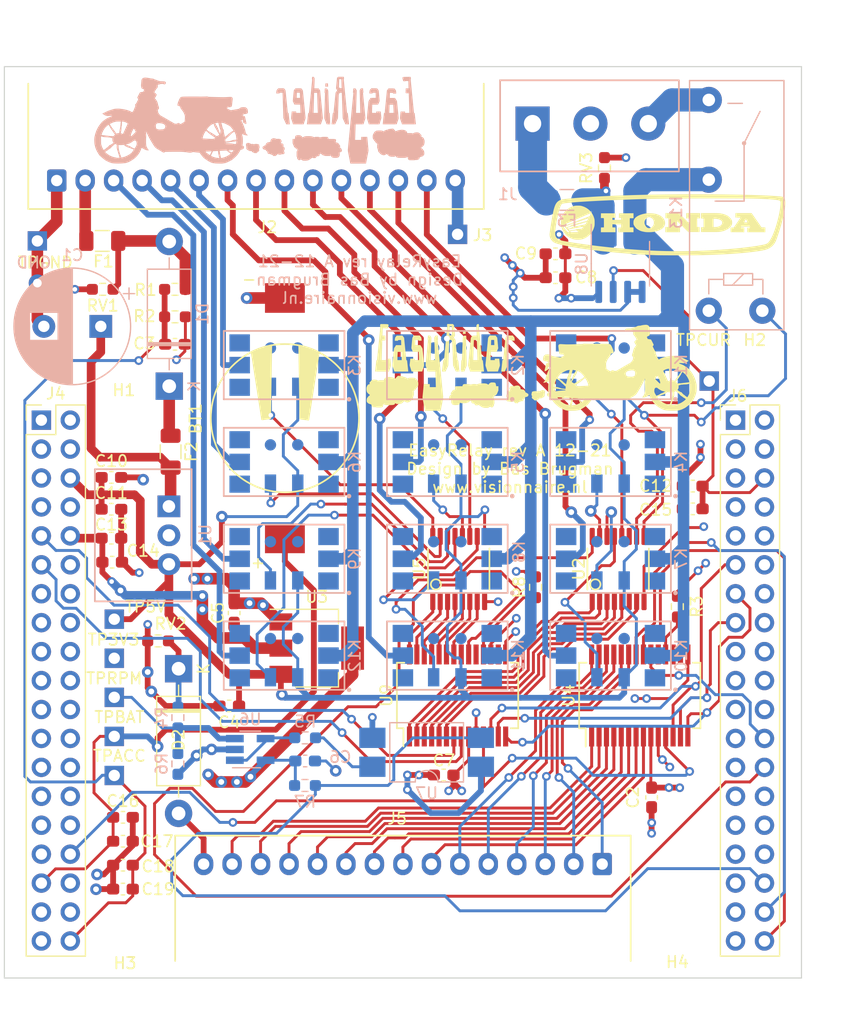
<source format=kicad_pcb>
(kicad_pcb (version 20211014) (generator pcbnew)
  (title_block (title "EasyRelay Board") (company "visionnaire.nl"))
  (layers (0 "F.Cu" signal) (1 "In1.Cu" power "GND") (2 "In2.Cu" power "PWR") (31 "B.Cu" signal) (34 "B.Paste" user) (35 "F.Paste" user) (36 "B.SilkS" user "B.Silkscreen") (37 "F.SilkS" user "F.Silkscreen") (38 "B.Mask" user) (39 "F.Mask" user) (44 "Edge.Cuts" user))
  (net 0 "")
  (net 1 "+12V")
  (net 2 "/VBAT")
  (net 20 "/VACCU")
  (net 21 "GND")
  (net 30 "+5V")
  (net 31 "+3V3")
  (net 32 "Net-(D2-Pad1)")
  (net 34 "Net-(D1-Pad1)")
  (net 35 "Net-(D1-Pad2)")
  (net 36 "Net-(C1-Pad1)")
  (net 37 "+12L")
  (net 38 "/R_CLAXON")
  (net 39 "/VCURRENT")
  (net 40 "/RPM_IN")
  (net 41 "/RPM_OUT")
  (net 42 "/LIGHT_R")
  (net 43 "/PILOT_R")
  (net 44 "/BRAKE_R")
  (net 45 "/RIB_R")
  (net 46 "/XTRA2_R")
  (net 47 "/PITIND_R")
  (net 48 "/LIF_R")
  (net 49 "/XTRA3_R")
  (net 50 "/PITSTA_R")
  (net 51 "/LIB_R")
  (net 52 "/RIF_R")
  (net 53 "/XTRA1_R")
  (net 54 "/CLAXON_R")
  (net 55 "Net-(R3-Pad1)")
  (net 56 "Net-(R5-Pad1)")
  (net 57 "Net-(F3-Pad2)")
  (net 58 "/R_XTRA1")
  (net 59 "/R_PITSTA")
  (net 60 "/R_PITIND")
  (net 61 "/R_BRAKE")
  (net 62 "/R_RIF")
  (net 63 "/R_XTRA3")
  (net 64 "/R_XTRA2")
  (net 65 "/R_PILOT")
  (net 66 "/R_LIB")
  (net 67 "/R_LIF")
  (net 68 "/R_RIB")
  (net 69 "/R_LIGHT")
  (net 70 "Net-(J2-Pad15)")
  (net 82 "/SPI1_CS")
  (net 83 "/S_XTRA1")
  (net 84 "/S_ALARM")
  (net 85 "/S_WARNING")
  (net 86 "/S_IGN")
  (net 87 "/S_PILOT")
  (net 88 "/S_CLAXON")
  (net 89 "/S_RI")
  (net 90 "/S_LI")
  (net 91 "/S_BRAKE")
  (net 92 "/S_G4")
  (net 93 "/S_G3")
  (net 94 "/S_G2")
  (net 95 "/S_G1")
  (net 96 "/SPI1_SCK")
  (net 97 "/SPI1_MISO")
  (net 98 "/SPI1_MOSI")
  (net 105 "/INT_SENSES")
  (net 107 "/INT_RELAYS")
  (net 116 "/S_XTRA2")
  (net 118 "/S_XTRA3")
  (net 119 "Net-(R8-Pad1)")
  (net 120 "Net-(R4-Pad2)")
  (net 121 "Net-(R5-Pad2)")
  (net 125 "/XTRA5_D")
  (net 126 "/S_LIGHT")
  (net 127 "/XTRA4_D")
  (net 128 "/RIF_D")
  (net 129 "/RIB_D")
  (net 130 "/LIF_D")
  (net 131 "/LIB_D")
  (net 132 "/LIGHT_D")
  (net 133 "/CLAXON_D")
  (net 134 "/BRAKE_D")
  (net 135 "/PITIND_D")
  (net 136 "/PITSTA_D")
  (net 137 "/XTRA1_D")
  (net 138 "/PILOT_D")
  (net 139 "/XTRA2_D")
  (net 140 "/XTRA3_D")
  (net 141 "+12P")
  (footprint "stamina_footprints:TSSOP16_ULN2003LV" (layer "F.Cu") (at 158.9 89.1 90)
    (fp_text reference "U2")
    (fp_text value "ULN2003LV")
  )
  (footprint "stamina_footprints:MountingHole_3.2mm_M3" (layer "F.Cu") (at 164 121)
    (fp_text reference "H4")
    (fp_text value "MountingHole")
  )
  (footprint "stamina_footprints:PinHeader_2x19_P2.54mm_Vertical" (layer "F.Cu") (at 108.25 76.03)
    (fp_text reference "J4")
    (fp_text value "LEFT Morpho")
  )
  (footprint "stamina_footprints:BatteryHolder_Renata SMTU1225-LF" (layer "F.Cu") (at 129.638 75.86 90)
    (fp_text reference "BT1")
    (fp_text value "Battery")
  )
  (footprint "stamina_footprints:R_0603_1608Metric_Pad0.98x0.95mm_HandSolder" (layer "F.Cu") (at 119.986 66.961)
    (fp_text reference "R2")
    (fp_text value "20K")
  )
  (footprint "stamina_footprints:C_0603_1608Metric_Pad1.08x0.95mm_HandSolder" (layer "F.Cu") (at 115.414 115.094 180)
    (fp_text reference "C18")
    (fp_text value "10uF")
  )
  (footprint "stamina_footprints:R_0603_1608Metric_Pad0.98x0.95mm_HandSolder" (layer "F.Cu") (at 151.65 90.7 90)
    (fp_text reference "R8")
    (fp_text value "10K")
  )
  (footprint "stamina_footprints:C_0603_1608Metric_Pad1.08x0.95mm_HandSolder" (layer "F.Cu") (at 124.7475 101.12 180)
    (fp_text reference "C4")
    (fp_text value "0.1uF")
  )
  (footprint "stamina_footprints:PinHeader_1x01_P2.54mm_Vertical" (layer "F.Cu") (at 114.652 93.504)
    (fp_text reference "TP5V")
    (fp_text value "5V")
  )
  (footprint "stamina_footprints:C_0603_1608Metric_Pad1.08x0.95mm_HandSolder" (layer "F.Cu") (at 125.18 92.96 90)
    (fp_text reference "C5")
    (fp_text value "10uF")
  )
  (footprint "stamina_footprints:C_0603_1608Metric_Pad1.08x0.95mm_HandSolder" (layer "F.Cu") (at 161.84 109.15 -90)
    (fp_text reference "C2")
    (fp_text value "0.1uF")
  )
  (footprint "stamina_footprints:SSOP-28_5.3x10.2mm_P0.65mm" (layer "F.Cu") (at 144.8 100.2 90)
    (fp_text reference "U9")
    (fp_text value "MCP23S17 RELAYS")
  )
  (footprint "stamina_footprints:PinHeader_1x01_P2.54mm_Vertical" (layer "F.Cu") (at 166.9 72.6)
    (fp_text reference "TPCUR")
    (fp_text value "VCURRENT")
  )
  (footprint "stamina_footprints:R_0603_1608Metric_Pad0.98x0.95mm_HandSolder" (layer "F.Cu") (at 164.100009 92.399989 90)
    (fp_text reference "R3")
    (fp_text value "10K")
  )
  (footprint "stamina_footprints:MountingHole_3.2mm_M3" (layer "F.Cu") (at 115.5 121)
    (fp_text reference "H3")
    (fp_text value "MountingHole")
  )
  (footprint "stamina_footprints:R_0603_1608Metric_Pad0.98x0.95mm_HandSolder" (layer "F.Cu") (at 118.5 95.41 180)
    (fp_text reference "RV2")
    (fp_text value "18V Varistor")
  )
  (footprint "stamina_footprints:SOT-223-3_TabPin2" (layer "F.Cu") (at 132.432 96.044)
    (fp_text reference "U3")
    (fp_text value "LD1117S33TR_SOT223")
  )
  (footprint "stamina_footprints:MountingHole_3.2mm_M3" (layer "F.Cu") (at 171 71.5)
    (fp_text reference "H2")
    (fp_text value "MountingHole")
  )
  (footprint "stamina_footprints:C_0603_1608Metric_Pad1.08x0.95mm_HandSolder" (layer "F.Cu") (at 114.397334 86.392 180)
    (fp_text reference "C13")
    (fp_text value "0.1uF")
  )
  (footprint "stamina_footprints:C_0603_1608Metric_Pad1.08x0.95mm_HandSolder" (layer "F.Cu") (at 114.47 88.5 180)
    (fp_text reference "C14")
    (fp_text value "10uF")
  )
  (footprint "stamina_footprints:D_DO-15_P12.70mm_Horizontal" (layer "F.Cu") (at 120.3 97.85 -90)
    (fp_text reference "D2")
    (fp_text value "1N4007")
  )
  (footprint "stamina_footprints:C_0603_1608Metric_Pad1.08x0.95mm_HandSolder" (layer "F.Cu") (at 114.398666 81.058)
    (fp_text reference "C10")
    (fp_text value "0.1uF")
  )
  (footprint "stamina_footprints:C_0603_1608Metric_Pad1.08x0.95mm_HandSolder" (layer "F.Cu") (at 165.452 81.82)
    (fp_text reference "C12")
    (fp_text value "0.1uF")
  )
  (footprint "stamina_footprints:MolexMiniLock_1Ampere_1x15_P2.50mm" (layer "F.Cu") (at 157.5 115 180)
    (fp_text reference "J5")
    (fp_text value "Senses and switches")
  )
  (footprint "stamina_footprints:TSSOP16_ULN2003LV" (layer "F.Cu") (at 144.9 89.1 90)
    (fp_text reference "U5")
    (fp_text value "ULN2003LV")
  )
  (footprint "stamina_footprints:C_0603_1608Metric_Pad1.08x0.95mm_HandSolder" (layer "F.Cu") (at 165.452 83.819531 180)
    (fp_text reference "C15")
    (fp_text value "10uF")
  )
  (footprint "stamina_footprints:Fuse_1206_3216Metric" (layer "F.Cu") (at 113.6 60.3)
    (fp_text reference "F1")
    (fp_text value "Fuse 6A 24V slow blow")
  )
  (footprint "stamina_footprints:R_0603_1608Metric_Pad0.98x0.95mm_HandSolder" (layer "F.Cu") (at 119.986 64.548 180)
    (fp_text reference "R1")
    (fp_text value "100K")
  )
  (footprint "stamina_footprints:C_0603_1608Metric_Pad1.08x0.95mm_HandSolder" (layer "F.Cu") (at 115.414 110.894)
    (fp_text reference "C16")
    (fp_text value "0.1uF")
  )
  (footprint "stamina_footprints:C_0603_1608Metric_Pad1.08x0.95mm_HandSolder" (layer "F.Cu") (at 115.414 112.994)
    (fp_text reference "C17")
    (fp_text value "10uF")
  )
  (footprint "stamina_footprints:C_0603_1608Metric_Pad1.08x0.95mm_HandSolder" (layer "F.Cu") (at 153.4 61.432 180)
    (fp_text reference "C9")
    (fp_text value "10uF")
  )
  (footprint "stamina_footprints:C_0603_1608Metric_Pad1.08x0.95mm_HandSolder" (layer "F.Cu") (at 153.4 63.532)
    (fp_text reference "C8")
    (fp_text value "0.1uF")
  )
  (footprint "stamina_footprints:PinHeader_1x01_P2.54mm_Vertical" (layer "F.Cu") (at 114.652 96.933)
    (fp_text reference "TP3V3")
    (fp_text value "3V3")
  )
  (footprint "stamina_footprints:PinHeader_1x01_P2.54mm_Vertical" (layer "F.Cu") (at 114.652 100.362)
    (fp_text reference "TPRPM")
    (fp_text value "VRPM")
  )
  (footprint "stamina_footprints:C_0603_1608Metric_Pad1.08x0.95mm_HandSolder" (layer "F.Cu") (at 114.398 83.852)
    (fp_text reference "C11")
    (fp_text value "10uF")
  )
  (footprint "stamina_footprints:PinHeader_1x01_P2.54mm_Vertical" (layer "F.Cu") (at 144.8 59.722)
    (fp_text reference "J3")
    (fp_text value "XTRA")
  )
  (footprint "stamina_footprints:PinHeader_2x19_P2.54mm_Vertical" (layer "F.Cu") (at 169.21 76.03)
    (fp_text reference "J6")
    (fp_text value "RIGHT Morpho")
  )
  (footprint "stamina_footprints:PinHeader_1x01_P2.54mm_Vertical" (layer "F.Cu") (at 114.652 103.791)
    (fp_text reference "TPBAT")
    (fp_text value "VBAT")
  )
  (footprint "stamina_footprints:R_0603_1608Metric_Pad0.98x0.95mm_HandSolder" (layer "F.Cu") (at 113.636 64.548 180)
    (fp_text reference "RV1")
    (fp_text value "18V Varistor")
  )
  (footprint "stamina_footprints:SSOP-28_5.3x10.2mm_P0.65mm" (layer "F.Cu") (at 160.8 100.2 90)
    (fp_text reference "U4")
    (fp_text value "MCP23S17 SENSES")
  )
  (footprint "stamina_footprints:C_0603_1608Metric_Pad1.08x0.95mm_HandSolder" (layer "F.Cu") (at 119.986 69.374)
    (fp_text reference "C3")
    (fp_text value "0.1uF")
  )
  (footprint "stamina_footprints:EasyRider_logo1" (layer "F.Cu") (at 150.930763 71.384817)
    (fp_text reference "G***" hide)
    (fp_text value "LOGO" hide)
  )
  (footprint "stamina_footprints:MolexMiniLock_1Ampere_1x15_P2.50mm" (layer "F.Cu") (at 109.6 55)
    (fp_text reference "J2")
    (fp_text value "Power and Relays 15pins")
  )
  (footprint "stamina_footprints:C_0603_1608Metric_Pad1.08x0.95mm_HandSolder" (layer "F.Cu") (at 115.414 117.194)
    (fp_text reference "C19")
    (fp_text value "0.1uF")
  )
  (footprint "stamina_footprints:MountingHole_3.2mm_M3" (layer "F.Cu") (at 115.5 76)
    (fp_text reference "H1")
    (fp_text value "MountingHole")
  )
  (footprint "stamina_footprints:PinHeader_1x01_P2.54mm_Vertical" (layer "F.Cu") (at 114.652 107.22)
    (fp_text reference "TPACC")
    (fp_text value "VACCU")
  )
  (footprint "stamina_footprints:Fuse_1206_3216Metric" (layer "F.Cu") (at 119.6 78.8 -90)
    (fp_text reference "F2")
    (fp_text value "Polyfuse PPTC 1.1A 16V")
  )
  (footprint "stamina_footprints:EasyRider_logo2" (layer "F.Cu") (at 163.3 58.9)
    (fp_text reference "G***" hide)
    (fp_text value "LOGO" hide)
  )
  (footprint "stamina_footprints:C_0603_1608Metric_Pad1.08x0.95mm_HandSolder" (layer "F.Cu") (at 143.58 107.18 180)
    (fp_text reference "C7")
    (fp_text value "0.1uF")
  )
  (footprint "stamina_footprints:R_0603_1608Metric_Pad0.98x0.95mm_HandSolder" (layer "F.Cu") (at 157.7 53.9 90)
    (fp_text reference "RV3")
    (fp_text value "18V Varistor")
  )
  (footprint "stamina_footprints:MEDER RELAY_CRR05-1A" (layer "B.Cu") (at 158.233333 71.2 90)
    (fp_text reference "K1")
    (fp_text value "LIGHT_RELAY")
  )
  (footprint "stamina_footprints:SMDIP-4_W9.53mm" (layer "B.Cu") (at 142.084 105.188)
    (fp_text reference "U7")
    (fp_text value "VO610A optocoupler")
  )
  (footprint "stamina_footprints:MEDER RELAY_CRR05-1A" (layer "B.Cu") (at 143.9 96.7 90)
    (fp_text reference "K11")
    (fp_text value "RIF_RELAY")
  )
  (footprint "stamina_footprints:MEDER RELAY_CRR05-1A" (layer "B.Cu") (at 158.233333 79.7 90)
    (fp_text reference "K4")
    (fp_text value "RIB_RELAY")
  )
  (footprint "stamina_footprints:C_0603_1608Metric_Pad1.08x0.95mm_HandSolder" (layer "B.Cu") (at 131.416 105.95)
    (fp_text reference "C6")
    (fp_text value "0.1uF")
  )
  (footprint "stamina_footprints:MEDER RELAY_CRR05-1A" (layer "B.Cu") (at 129.566667 79.7 90)
    (fp_text reference "K6")
    (fp_text value "PITIND_RELAY")
  )
  (footprint "stamina_footprints:R_0603_1608Metric_Pad0.98x0.95mm_HandSolder" (layer "B.Cu") (at 131.4 108.1)
    (fp_text reference "R7")
    (fp_text value "10K")
  )
  (footprint "stamina_footprints:SOIC-8_3.9x4.9mm_P1.27mm" (layer "B.Cu") (at 159.1 62.3 -90)
    (fp_text reference "U8")
    (fp_text value "TMCS1101A3UQDRQ1")
  )
  (footprint "stamina_footprints:ScrewTerminalBlock_3_P5.08mm" (layer "B.Cu") (at 151.3875 50)
    (fp_text reference "J1")
    (fp_text value "Screw_Terminal_01x03")
  )
  (footprint "stamina_footprints:MEDER RELAY_CRR05-1A" (layer "B.Cu") (at 143.9 88.2 90)
    (fp_text reference "K8")
    (fp_text value "XTRA3_RELAY")
  )
  (footprint "stamina_footprints:EasyRider_logo1" (layer "B.Cu") (at 127.769238 49.684817 180)
    (fp_text reference "G***" hide)
    (fp_text value "LOGO" hide)
  )
  (footprint "stamina_footprints:MEDER RELAY_CRR05-1A" (layer "B.Cu") (at 129.566667 88.2 90)
    (fp_text reference "K9")
    (fp_text value "PITSTA_RELAY")
  )
  (footprint "stamina_footprints:MEDER RELAY_CRR05-1A" (layer "B.Cu") (at 143.9 71.2 90)
    (fp_text reference "K2")
    (fp_text value "PILOT_RELAY")
  )
  (footprint "stamina_footprints:MEDER RELAY_CRR05-1A" (layer "B.Cu") (at 129.566667 96.7 90)
    (fp_text reference "K12")
    (fp_text value "XTRA1_RELAY")
  )
  (footprint "stamina_footprints:MEDER RELAY_CRR05-1A" (layer "B.Cu") (at 158.233333 96.7 90)
    (fp_text reference "K10")
    (fp_text value "LIB_RELAY")
  )
  (footprint "stamina_footprints:Fuse_1206_3216Metric" (layer "B.Cu") (at 154.4 56.7)
    (fp_text reference "F3")
    (fp_text value "Fuse 6A 24V slow blow")
  )
  (footprint "stamina_footprints:R_0603_1608Metric_Pad0.98x0.95mm_HandSolder" (layer "B.Cu") (at 120.24 106.204 -90)
    (fp_text reference "R6")
    (fp_text value "20K")
  )
  (footprint "stamina_footprints:Relay_SPST_Omron-G5NB-1A 5V coil, 12V switch 3Ampere" (layer "B.Cu") (at 166.8625 66.425 90)
    (fp_text reference "K13")
    (fp_text value "G5NB")
  )
  (footprint "stamina_footprints:CP_Radial_D10.0mm_P5.00mm" (layer "B.Cu") (at 113.467677 67.8 180)
    (fp_text reference "C1")
    (fp_text value "330uF")
  )
  (footprint "stamina_footprints:MEDER RELAY_CRR05-1A" (layer "B.Cu") (at 129.566667 71.2 90)
    (fp_text reference "K3")
    (fp_text value "BRAKE_RELAY")
  )
  (footprint "stamina_footprints:WURTH-3PIN_FSDM_PACKAGE_TO-220-3_compatible" (layer "B.Cu") (at 119.45 83.6 -90)
    (fp_text reference "U1")
    (fp_text value "Wurth 5V SMPS package")
  )
  (footprint "stamina_footprints:D_DO-15_P12.70mm_Horizontal" (layer "B.Cu") (at 119.478 73.05 90)
    (fp_text reference "D1")
    (fp_text value "1N4007")
  )
  (footprint "stamina_footprints:MEDER RELAY_CRR05-1A" (layer "B.Cu") (at 143.9 79.7 90)
    (fp_text reference "K5")
    (fp_text value "XTRA2_RELAY")
  )
  (footprint "stamina_footprints:R_0603_1608Metric_Pad0.98x0.95mm_HandSolder" (layer "B.Cu") (at 120.24 102.14 -90)
    (fp_text reference "R4")
    (fp_text value "100K")
  )
  (footprint "stamina_footprints:PinHeader_1x01_P2.54mm_Vertical" (layer "B.Cu") (at 107.9 60.3 180)
    (fp_text reference "TPGND")
    (fp_text value "GND")
  )
  (footprint "stamina_footprints:R_0603_1608Metric_Pad0.98x0.95mm_HandSolder" (layer "B.Cu") (at 131.416 103.918 180)
    (fp_text reference "R5")
    (fp_text value "220")
  )
  (footprint "stamina_footprints:MEDER RELAY_CRR05-1A" (layer "B.Cu") (at 158.233334 88.2 90)
    (fp_text reference "K7")
    (fp_text value "LIF_RELAY")
  )
  (footprint "stamina_footprints:SOT-23-5_HandSoldering" (layer "B.Cu") (at 126.59 104.934)
    (fp_text reference "U6")
    (fp_text value "TLV2371IDBVR opamp")
  )
  (gr_line (start 105 45) (end 105 125) (layer "Edge.Cuts") (width 0.1))
  (gr_line (start 105 45) (end 175 45) (layer "Edge.Cuts") (width 0.1))
  (gr_line (start 175 45) (end 175 125) (layer "Edge.Cuts") (width 0.1))
  (gr_line (start 105 125) (end 175 125) (layer "Edge.Cuts") (width 0.1))
  (gr_text "GND" (at 107.6 62.2) (layer "B.SilkS") (effects (font (size 1 1)) (justify mirror)))
  (gr_text "EasyRelay rev A 12-21\nDesign by Bas Brugman\nwww.visionnaire.nl\n" (at 136.2 63.7) (layer "B.SilkS") (effects (font (size 1 1)) (justify mirror)))
  (gr_text "EasyRelay rev A 12-21\nDesign by Bas Brugman\nwww.visionnaire.nl\n" (at 149.4 80.3) (layer "F.SilkS") (effects (font (size 1 1))))
  (segment (start 134.9 88.2) (end 135.6 87.5) (width 1.016) (layer "B.Cu") (net 1))
  (segment (start 135 79.7) (end 135.6 79.1) (width 1.016) (layer "B.Cu") (net 1))
  (segment (start 163.674 62.77) (end 163.674 66.326) (width 2.032) (layer "B.Cu") (net 1))
  (segment (start 149.716 79.7) (end 147.8 79.7) (width 1.016) (layer "B.Cu") (net 1))
  (segment (start 164.049333 79.7) (end 162.133333 79.7) (width 1.016) (layer "B.Cu") (net 1))
  (segment (start 164.642 96.107333) (end 164.049333 96.7) (width 1.016) (layer "B.Cu") (net 1))
  (segment (start 151.228 69.688) (end 151.228 78.01) (width 1.016) (layer "B.Cu") (net 1))
  (segment (start 164.69 67.342) (end 162.658 67.342) (width 1.016) (layer "B.Cu") (net 1))
  (segment (start 162.658 67.342) (end 151.228 67.342) (width 1.016) (layer "B.Cu") (net 1))
  (segment (start 164.642 71.2) (end 162.133333 71.2) (width 1.016) (layer "B.Cu") (net 1))
  (segment (start 133.466667 79.7) (end 135 79.7) (width 1.016) (layer "B.Cu") (net 1))
  (segment (start 163.674 66.326) (end 162.658 67.342) (width 1.016) (layer "B.Cu") (net 1))
  (segment (start 164.049333 96.7) (end 162.133333 96.7) (width 1.016) (layer "B.Cu") (net 1))
  (segment (start 164.642 87.202) (end 164.642 96.107333) (width 1.016) (layer "B.Cu") (net 1))
  (segment (start 164.642 87.202) (end 163.644 88.2) (width 1.016) (layer "B.Cu") (net 1))
  (segment (start 149.716 71.2) (end 147.8 71.2) (width 1.016) (layer "B.Cu") (net 1))
  (segment (start 151.228 78.01) (end 151.228 86.138) (width 1.016) (layer "B.Cu") (net 1))
  (segment (start 161.359 54.925) (end 160.372 55.912) (width 2.032) (layer "B.Cu") (net 1))
  (segment (start 163.644 88.2) (end 162.133334 88.2) (width 1.016) (layer "B.Cu") (net 1))
  (segment (start 151.228 95.028) (end 149.556 96.7) (width 1.016) (layer "B.Cu") (net 1))
  (segment (start 164.69 71.152) (end 164.642 71.2) (width 1.016) (layer "B.Cu") (net 1))
  (segment (start 133.466667 88.2) (end 134.9 88.2) (width 1.016) (layer "B.Cu") (net 1))
  (segment (start 133.466667 96.7) (end 134.8 96.7) (width 1.016) (layer "B.Cu") (net 1))
  (segment (start 151.228 67.342) (end 151.228 69.688) (width 1.016) (layer "B.Cu") (net 1))
  (segment (start 151.228 78.188) (end 149.716 79.7) (width 1.016) (layer "B.Cu") (net 1))
  (segment (start 135.6 70.6) (end 135.6 79.1) (width 1.016) (layer "B.Cu") (net 1))
  (segment (start 151.228 86.138) (end 151.228 95.028) (width 1.016) (layer "B.Cu") (net 1))
  (segment (start 164.642 71.2) (end 164.642 79.107333) (width 1.016) (layer "B.Cu") (net 1))
  (segment (start 164.642 79.107333) (end 164.049333 79.7) (width 1.016) (layer "B.Cu") (net 1))
  (segment (start 164.69 67.342) (end 164.69 71.152) (width 1.016) (layer "B.Cu") (net 1))
  (segment (start 135 71.2) (end 135.6 70.6) (width 1.016) (layer "B.Cu") (net 1))
  (segment (start 163.674 66.326) (end 163.674 67.342) (width 1.016) (layer "B.Cu") (net 1))
  (segment (start 151.228 69.688) (end 149.716 71.2) (width 1.016) (layer "B.Cu") (net 1))
  (segment (start 149.166 88.2) (end 147.8 88.2) (width 1.016) (layer "B.Cu") (net 1))
  (segment (start 164.642 79.107333) (end 164.642 87.202) (width 1.016) (layer "B.Cu") (net 1))
  (segment (start 160.372 55.912) (end 160.372 60.484) (width 2.032) (layer "B.Cu") (net 1))
  (segment (start 151.228 86.138) (end 149.166 88.2) (width 1.016) (layer "B.Cu") (net 1))
  (segment (start 166.8625 54.925) (end 161.359 54.925) (width 2.032) (layer "B.Cu") (net 1))
  (segment (start 136.658 67.342) (end 135.6 68.4) (width 1.016) (layer "B.Cu") (net 1))
  (segment (start 135.6 95.9) (end 135.6 87.5) (width 1.016) (layer "B.Cu") (net 1))
  (segment (start 161.005 59.825) (end 163.674 62.494) (width 2.032) (layer "B.Cu") (net 1))
  (segment (start 151.228 67.342) (end 136.658 67.342) (width 1.016) (layer "B.Cu") (net 1))
  (segment (start 133.466667 71.2) (end 135 71.2) (width 1.016) (layer "B.Cu") (net 1))
  (segment (start 134.8 96.7) (end 135.6 95.9) (width 1.016) (layer "B.Cu") (net 1))
  (segment (start 135.6 68.4) (end 135.6 70.6) (width 1.016) (layer "B.Cu") (net 1))
  (segment (start 163.674 66.326) (end 164.69 67.342) (width 1.016) (layer "B.Cu") (net 1))
  (segment (start 135.6 79.1) (end 135.6 87.5) (width 1.016) (layer "B.Cu") (net 1))
  (segment (start 163.674 62.494) (end 163.674 62.77) (width 2.032) (layer "B.Cu") (net 1))
  (segment (start 149.556 96.7) (end 147.8 96.7) (width 1.016) (layer "B.Cu") (net 1))
  (segment (start 151.228 78.01) (end 151.228 78.188) (width 1.016) (layer "B.Cu") (net 1))
  (segment (start 112.874 104.317) (end 113.4 103.791) (width 0.254) (layer "F.Cu") (net 2))
  (segment (start 129.638 88.424) (end 132.178 90.964) (width 0.508) (layer "F.Cu") (net 2))
  (segment (start 109.5 115.42) (end 112.1255 115.42) (width 0.254) (layer "F.Cu") (net 2))
  (segment (start 114.5515 110.4215) (end 112.874 108.744) (width 0.254) (layer "F.Cu") (net 2))
  (segment (start 114.5515 110.894) (end 114.5515 110.4215) (width 0.254) (layer "F.Cu") (net 2))
  (segment (start 108.25 116.67) (end 109.5 115.42) (width 0.254) (layer "F.Cu") (net 2))
  (segment (start 112.874 108.744) (end 112.874 104.317) (width 0.254) (layer "F.Cu") (net 2))
  (segment (start 113.4 103.791) (end 114.652 103.791) (width 0.254) (layer "F.Cu") (net 2))
  (segment (start 112.1255 115.42) (end 114.5515 112.994) (width 0.254) (layer "F.Cu") (net 2))
  (segment (start 119.18 103.2) (end 118.462 103.918) (width 0.508) (layer "F.Cu") (net 2))
  (segment (start 128.832 103.2) (end 119.18 103.2) (width 0.508) (layer "F.Cu") (net 2))
  (segment (start 114.5515 112.994) (end 114.5515 110.894) (width 0.254) (layer "F.Cu") (net 2))
  (segment (start 132.178 99.854) (end 128.832 103.2) (width 0.508) (layer "F.Cu") (net 2))
  (segment (start 129.638 86.41) (end 129.638 88.424) (width 0.508) (layer "F.Cu") (net 2))
  (segment (start 132.178 90.964) (end 132.178 99.854) (width 0.508) (layer "F.Cu") (net 2))
  (segment (start 118.462 103.918) (end 118.462 104.68) (width 0.508) (layer "F.Cu") (net 2))
  (via (at 118.462 104.68) (size 1.016) (drill 0.508) (layers "F.Cu" "B.Cu") (net 2))
  (segment (start 117.573 103.791) (end 114.652 103.791) (width 0.508) (layer "B.Cu") (net 2))
  (segment (start 118.462 104.68) (end 117.573 103.791) (width 0.508) (layer "B.Cu") (net 2))
  (segment (start 114.144 118.396) (end 115.668 118.396) (width 0.254) (layer "F.Cu") (net 20))
  (segment (start 119.0735 69.324) (end 119.1235 69.374) (width 0.508) (layer "F.Cu") (net 20))
  (segment (start 118.226 69.374) (end 119.1235 69.374) (width 0.254) (layer "F.Cu") (net 20))
  (segment (start 110.79 121.75) (end 114.144 118.396) (width 0.254) (layer "F.Cu") (net 20))
  (segment (start 116.2765 117.194) (end 116.2765 115.094) (width 0.254) (layer "F.Cu") (net 20))
  (segment (start 117.35 114.0205) (end 117.35 109.918) (width 0.254) (layer "F.Cu") (net 20))
  (segment (start 119.0735 64.548) (end 119.0735 66.961) (width 0.508) (layer "F.Cu") (net 20))
  (segment (start 116.2765 117.7875) (end 116.2765 117.194) (width 0.254) (layer "F.Cu") (net 20))
  (segment (start 115.668 118.396) (end 116.2765 117.7875) (width 0.254) (layer "F.Cu") (net 20))
  (segment (start 116.8 70.8) (end 118.226 69.374) (width 0.254) (layer "F.Cu") (net 20))
  (segment (start 119.0735 66.961) (end 119.0735 69.324) (width 0.508) (layer "F.Cu") (net 20))
  (segment (start 116.2765 115.094) (end 117.35 114.0205) (width 0.254) (layer "F.Cu") (net 20))
  (segment (start 117.35 109.918) (end 114.652 107.22) (width 0.254) (layer "F.Cu") (net 20))
  (via (at 116.799999 70.800007) (size 0.762) (drill 0.4064) (layers "F.Cu" "B.Cu") (net 20))
  (segment (start 110.3 70.8) (end 106.8 74.3) (width 0.254) (layer "B.Cu") (net 20))
  (segment (start 106.8 107.3) (end 107.29 107.79) (width 0.254) (layer "B.Cu") (net 20))
  (segment (start 114.632 107.2) (end 114.652 107.22) (width 0.254) (layer "B.Cu") (net 20))
  (segment (start 116.8 70.8) (end 110.3 70.8) (width 0.254) (layer "B.Cu") (net 20))
  (segment (start 113.6 107.2) (end 114.632 107.2) (width 0.254) (layer "B.Cu") (net 20))
  (segment (start 106.8 74.3) (end 106.8 107.3) (width 0.254) (layer "B.Cu") (net 20))
  (segment (start 113.01 107.79) (end 113.6 107.2) (width 0.254) (layer "B.Cu") (net 20))
  (segment (start 107.29 107.79) (end 113.01 107.79) (width 0.254) (layer "B.Cu") (net 20))
  (segment (start 125.18 90.606243) (end 124.523757 89.95) (width 1.016) (layer "F.Cu") (net 21))
  (segment (start 127.5375 92.0975) (end 126.5325 92.0975) (width 1.016) (layer "F.Cu") (net 21))
  (segment (start 123.885 101.12) (end 119.18 101.12) (width 0.508) (layer "F.Cu") (net 21))
  (segment (start 129.638 65.31) (end 126.28 65.31) (width 1.016) (layer "F.Cu") (net 21))
  (segment (start 166.130002 79.29999) (end 166.130002 78.139997) (width 0.508) (layer "F.Cu") (net 21))
  (segment (start 149.615 62.445) (end 148.94 61.77) (width 0.508) (layer "F.Cu") (net 21))
  (segment (start 107.9 60.3) (end 107.9 64) (width 1.016) (layer "F.Cu") (net 21))
  (segment (start 161.85 111.37) (end 161.84 111.38) (width 0.508) (layer "F.Cu") (net 21))
  (segment (start 120.8485 69.374) (end 120.8485 69.9915) (width 0.254) (layer "F.Cu") (net 21))
  (segment (start 166.13 79.58) (end 166.13 79.3) (width 0.254) (layer "F.Cu") (net 21))
  (segment (start 117.5875 98.14) (end 117.5875 95.41) (width 0.508) (layer "F.Cu") (net 21))
  (segment (start 163.725 96.6) (end 164.375 96.6) (width 0.254) (layer "F.Cu") (net 21))
  (segment (start 116.2765 112.994) (end 116.2765 113.369) (width 0.508) (layer "F.Cu") (net 21))
  (segment (start 161.84 110.0125) (end 161.84 111.36) (width 0.508) (layer "F.Cu") (net 21))
  (segment (start 161.175 88.875) (end 164.5895 85.4605) (width 0.254) (layer "F.Cu") (net 21))
  (segment (start 146.425 101.715) (end 146.43 101.71) (width 0.254) (layer "F.Cu") (net 21))
  (segment (start 117.5875 93.9625) (end 117.59 93.96) (width 0.508) (layer "F.Cu") (net 21))
  (segment (start 126.5325 92.0975) (end 125.18 92.0975) (width 1.016) (layer "F.Cu") (net 21))
  (segment (start 109.6 58.6) (end 107.9 60.3) (width 1.016) (layer "F.Cu") (net 21))
  (segment (start 114.5515 115.094) (end 114.5515 117.194) (width 0.508) (layer "F.Cu") (net 21))
  (segment (start 150.3 63.13) (end 149.615 62.445) (width 0.508) (layer "F.Cu") (net 21))
  (segment (start 116.84 89.42) (end 116.2525 89.42) (width 0.508) (layer "F.Cu") (net 21))
  (segment (start 147.175 91.9625) (end 148.3525 91.9625) (width 0.254) (layer "F.Cu") (net 21))
  (segment (start 164.589492 81.120509) (end 166.089997 79.620004) (width 0.508) (layer "F.Cu") (net 21))
  (segment (start 116.2765 111.9335) (end 116.2765 112.994) (width 0.508) (layer "F.Cu") (net 21))
  (segment (start 127.715 92.275) (end 127.5375 92.0975) (width 1.016) (layer "F.Cu") (net 21))
  (segment (start 112.7235 64.548) (end 111.192 64.548) (width 0.508) (layer "F.Cu") (net 21))
  (segment (start 125.18 92.0975) (end 125.18 90.606243) (width 1.016) (layer "F.Cu") (net 21))
  (segment (start 164.589492 81.82) (end 164.589492 81.120509) (width 0.508) (layer "F.Cu") (net 21))
  (segment (start 150.702 63.532) (end 150.3 63.13) (width 0.508) (layer "F.Cu") (net 21))
  (segment (start 117.5875 95.41) (end 117.5875 93.9625) (width 0.508) (layer "F.Cu") (net 21))
  (segment (start 116.2765 110.894) (end 116.2765 111.9335) (width 0.508) (layer "F.Cu") (net 21))
  (segment (start 120.8985 66.961) (end 120.8985 69.324) (width 0.254) (layer "F.Cu") (net 21))
  (segment (start 161.84 111.38) (end 161.84 112.296881) (width 0.508) (layer "F.Cu") (net 21))
  (segment (start 113.066 117.194) (end 113.05 117.21) (width 0.508) (layer "F.Cu") (net 21))
  (segment (start 146.425 103.8) (end 146.425 101.715) (width 0.254) (layer "F.Cu") (net 21))
  (segment (start 165.025 98.855) (end 164.04 99.84) (width 0.254) (layer "F.Cu") (net 21))
  (segment (start 166.09 79.62) (end 166.13 79.58) (width 0.254) (layer "F.Cu") (net 21))
  (segment (start 116.988 81.058) (end 117.19 81.26) (width 0.508) (layer "F.Cu") (net 21))
  (segment (start 162.79 105.83) (end 163.44 106.48) (width 0.254) (layer "F.Cu") (net 21))
  (segment (start 116.2525 89.42) (end 115.3325 88.5) (width 0.508) (layer "F.Cu") (net 21))
  (segment (start 161.175 91.9625) (end 161.175 88.875) (width 0.254) (layer "F.Cu") (net 21))
  (segment (start 115.2605 86.391334) (end 115.259834 86.392) (width 0.508) (layer "F.Cu") (net 21))
  (segment (start 147.725 96.6) (end 147.725 95.655) (width 0.254) (layer "F.Cu") (net 21))
  (segment (start 164.5895 85.4605) (end 164.5895 83.819531) (width 0.254) (layer "F.Cu") (net 21))
  (segment (start 140.399783 107.18) (end 140.396283 107.1765) (width 0.508) (layer "F.Cu") (net 21))
  (segment (start 117.5875 99.5275) (end 117.905 99.845) (width 0.508) (layer "F.Cu") (net 21))
  (segment (start 115.2605 83.852) (end 115.2605 85.1395) (width 0.508) (layer "F.Cu") (net 21))
  (segment (start 114.5515 117.194) (end 113.066 117.194) (width 0.508) (layer "F.Cu") (net 21))
  (segment (start 164.589492 83.819539) (end 164.589492 81.82) (width 0.508) (layer "F.Cu") (net 21))
  (segment (start 148.3525 91.9625) (end 148.36 91.97) (width 0.254) (layer "F.Cu") (net 21))
  (segment (start 109.6 55) (end 109.6 58.6) (width 1.016) (layer "F.Cu") (net 21))
  (segment (start 162.425 103.8) (end 162.425 105.465) (width 0.254) (layer "F.Cu") (net 21))
  (segment (start 141.41 107.18) (end 140.399783 107.18) (width 0.508) (layer "F.Cu") (net 21))
  (segment (start 161.84 111.36) (end 161.85 111.37) (width 0.508) (layer "F.Cu") (net 21))
  (segment (start 164.375 96.6) (end 165.025 96.6) (width 0.254) (layer "F.Cu") (net 21))
  (segment (start 129.184 93.744) (end 127.715 92.275) (width 1.016) (layer "F.Cu") (net 21))
  (segment (start 166.3395 85.4605) (end 166.42 85.38) (width 0.254) (layer "F.Cu") (net 21))
  (segment (start 124.523757 89.95) (end 122.83 89.95) (width 1.016) (layer "F.Cu") (net 21))
  (segment (start 113.139999 115.91) (end 113.7355 115.91) (width 0.508) (layer "F.Cu") (net 21))
  (segment (start 157.7 52.9875) (end 159.5875 52.9875) (width 0.508) (layer "F.Cu") (net 21))
  (segment (start 121.67 89.95) (end 122.83 89.95) (width 1.016) (layer "F.Cu") (net 21))
  (segment (start 152.5375 61.432) (end 152.5375 63.532) (width 0.508) (layer "F.Cu") (net 21))
  (segment (start 115.2605 85.1395) (end 115.2605 86.391334) (width 0.508) (layer "F.Cu") (net 21))
  (segment (start 113.7355 115.91) (end 114.5515 115.094) (width 0.508) (layer "F.Cu") (net 21))
  (segment (start 120.8485 69.9915) (end 120.11 70.73) (width 0.254) (layer "F.Cu") (net 21))
  (segment (start 152.5375 63.532) (end 150.702 63.532) (width 0.508) (layer "F.Cu") (net 21))
  (segment (start 163.41 100.47) (end 161.4 100.47) (width 0.254) (layer "F.Cu") (net 21))
  (segment (start 107.9 67.232323) (end 108.467677 67.8) (width 1.016) (layer "F.Cu") (net 21))
  (segment (start 164.5895 85.4605) (end 166.3395 85.4605) (width 0.254) (layer "F.Cu") (net 21))
  (segment (start 129.282 93.744) (end 129.184 93.744) (width 1.016) (layer "F.Cu") (net 21))
  (segment (start 107.9 64) (end 107.9 67.232323) (width 1.016) (layer "F.Cu") (net 21))
  (segment (start 115.261166 81.058) (end 116.988 81.058) (width 0.508) (layer "F.Cu") (net 21))
  (segment (start 119.18 101.12) (end 117.905 99.845) (width 0.508) (layer "F.Cu") (net 21))
  (segment (start 165.025 96.6) (end 165.025 98.855) (width 0.254) (layer "F.Cu") (net 21))
  (segment (start 164.04 99.84) (end 163.41 100.47) (width 0.254) (layer "F.Cu") (net 21))
  (segment (start 162.425 105.465) (end 162.79 105.83) (width 0.254) (layer "F.Cu") (net 21))
  (segment (start 161.4 100.47) (end 160.37 100.47) (width 0.254) (layer "F.Cu") (net 21))
  (segment (start 148.375 96.6) (end 147.725 96.6) (width 0.254) (layer "F.Cu") (net 21))
  (segment (start 147.725 95.655) (end 149.96 93.42) (width 0.254) (layer "F.Cu") (net 21))
  (segment (start 120.8985 69.324) (end 120.8485 69.374) (width 0.254) (layer "F.Cu") (net 21))
  (segment (start 142.7175 107.18) (end 141.41 107.18) (width 0.508) (layer "F.Cu") (net 21))
  (segment (start 117.5875 98.14) (end 117.5875 99.5275) (width 0.508) (layer "F.Cu") (net 21))
  (segment (start 115.259834 86.392) (end 115.259834 88.427334) (width 0.508) (layer "F.Cu") (net 21))
  (segment (start 116.2765 113.369) (end 114.5515 115.094) (width 0.508) (layer "F.Cu") (net 21))
  (via (at 127.715 92.275) (size 1.016) (drill 0.508) (layers "F.Cu" "B.Cu") (net 21))
  (via (at 141.41 107.18) (size 0.762) (drill 0.4064) (layers "F.Cu" "B.Cu") (net 21))
  (via (at 159.5875 52.9875) (size 0.762) (drill 0.4064) (layers "F.Cu" "B.Cu") (net 21))
  (via (at 140.396283 107.1765) (size 0.762) (drill 0.4064) (layers "F.Cu" "B.Cu") (net 21))
  (via (at 166.13 78.14) (size 0.762) (drill 0.4064) (layers "F.Cu" "B.Cu") (net 21))
  (via (at 149.69 64.33) (size 0.762) (drill 0.4064) (layers "F.Cu" "B.Cu") (net 21))
  (via (at 148.36 91.97) (size 0.762) (drill 0.4064) (layers "F.Cu" "B.Cu") (net 21))
  (via (at 161.85 111.37) (size 0.762) (drill 0.4064) (layers "F.Cu" "B.Cu") (net 21))
  (via (at 117.19 81.26) (size 1.016) (drill 0.508) (layers "F.Cu" "B.Cu") (net 21))
  (via (at 161.84 112.296881) (size 0.762) (drill 0.4064) (layers "F.Cu" "B.Cu") (net 21))
  (via (at 121.88325 105.47325) (size 1.016) (drill 0.508) (layers "F.Cu" "B.Cu") (net 21))
  (via (at 148.94 61.77) (size 0.762) (drill 0.4064) (layers "F.Cu" "B.Cu") (net 21))
  (via (at 113.139999 115.91) (size 1.016) (drill 0.508) (layers "F.Cu" "B.Cu") (net 21))
  (via (at 107.9 64) (size 1.524) (drill 0.762) (layers "F.Cu" "B.Cu") (net 21))
  (via (at 117.905 99.845) (size 1.016) (drill 0.508) (layers "F.Cu" "B.Cu") (net 21))
  (via (at 149.615 62.445) (size 0.762) (drill 0.4064) (layers "F.Cu" "B.Cu") (net 21))
  (via (at 166.42 85.38) (size 0.762) (drill 0.4064) (layers "F.Cu" "B.Cu") (net 21))
  (via (at 111.192 64.548) (size 0.762) (drill 0.4064) (layers "F.Cu" "B.Cu") (net 21))
  (via (at 134.1 106.81) (size 1.016) (drill 0.508) (layers "F.Cu" "B.Cu") (net 21))
  (via (at 146.43 101.71) (size 0.762) (drill 0.4064) (layers "F.Cu" "B.Cu") (net 21))
  (via (at 166.13 79.3) (size 0.762) (drill 0.4064) (layers "F.Cu" "B.Cu") (net 21))
  (via (at 160.37 100.47) (size 0.762) (drill 0.4064) (layers "F.Cu" "B.Cu") (net 21))
  (via (at 126.28 65.31) (size 1.016) (drill 0.508) (layers "F.Cu" "B.Cu") (net 21))
  (via (at 117.5875 98.14) (size 1.016) (drill 0.508) (layers "F.Cu" "B.Cu") (net 21))
  (via (at 120.11 70.73) (size 0.762) (drill 0.4064) (layers "F.Cu" "B.Cu") (net 21))
  (via (at 150.3 63.13) (size 0.762) (drill 0.4064) (layers "F.Cu" "B.Cu") (net 21))
  (via (at 149.96 93.42) (size 0.762) (drill 0.4064) (layers "F.Cu" "B.Cu") (net 21))
  (via (at 126.5325 92.0975) (size 1.016) (drill 0.508) (layers "F.Cu" "B.Cu") (net 21))
  (via (at 121.67 89.95) (size 1.016) (drill 0.508) (layers "F.Cu" "B.Cu") (net 21))
  (via (at 149.69 65.3) (size 0.762) (drill 0.4064) (layers "F.Cu" "B.Cu") (net 21))
  (via (at 116.84 89.42) (size 0.762) (drill 0.4064) (layers "F.Cu" "B.Cu") (net 21))
  (via (at 113.05 117.21) (size 1.016) (drill 0.508) (layers "F.Cu" "B.Cu") (net 21))
  (via (at 161.4 100.47) (size 0.762) (drill 0.4064) (layers "F.Cu" "B.Cu") (net 21))
  (via (at 117.59 93.96) (size 0.762) (drill 0.4064) (layers "F.Cu" "B.Cu") (net 21))
  (via (at 163.44 106.48) (size 0.762) (drill 0.4064) (layers "F.Cu" "B.Cu") (net 21))
  (via (at 162.79 105.83) (size 0.762) (drill 0.4064) (layers "F.Cu" "B.Cu") (net 21))
  (via (at 122.83 89.95) (size 1.016) (drill 0.508) (layers "F.Cu" "B.Cu") (net 21))
  (via (at 137.317768 102.120741) (size 0.762) (drill 0.4064) (layers "F.Cu" "B.Cu") (net 21))
  (via (at 140.396283 108.473717) (size 0.762) (drill 0.4064) (layers "F.Cu" "B.Cu") (net 21))
  (via (at 123.196 104.934) (size 1.016) (drill 0.508) (layers "F.Cu" "B.Cu") (net 21))
  (segment (start 132.2785 105.95) (end 133.24 105.95) (width 0.254) (layer "B.Cu") (net 21))
  (segment (start 142.442566 110.52) (end 140.396283 108.473717) (width 0.508) (layer "B.Cu") (net 21))
  (segment (start 137.319 102.121973) (end 137.319 103.918) (width 0.508) (layer "B.Cu") (net 21))
  (segment (start 133.24 105.95) (end 134.1 106.81) (width 0.254) (layer "B.Cu") (net 21))
  (segment (start 146.849 108.561) (end 144.89 110.52) (width 0.508) (layer "B.Cu") (net 21))
  (segment (start 149.69 65.93) (end 150.15 66.39) (width 0.254) (layer "B.Cu") (net 21))
  (segment (start 122.4225 104.934) (end 121.88325 105.47325) (width 0.508) (layer "B.Cu") (net 21))
  (segment (start 125.24 104.934) (end 123.196 104.934) (width 0.508) (layer "B.Cu") (net 21))
  (segment (start 144.89 110.52) (end 142.442566 110.52) (width 0.508) (layer "B.Cu") (net 21))
  (segment (start 140.396283 108.473717) (end 140.396283 107.1765) (width 0.508) (layer "B.Cu") (net 21))
  (segment (start 137.317768 102.120741) (end 137.319 102.121973) (width 0.508) (layer "B.Cu") (net 21))
  (segment (start 121.88325 105.47325) (end 120.24 107.1165) (width 0.508) (layer "B.Cu") (net 21))
  (segment (start 161.005 64.775) (end 159.735 64.775) (width 0.508) (layer "B.Cu") (net 21))
  (segment (start 149.69 65.3) (end 149.69 65.93) (width 0.254) (layer "B.Cu") (net 21))
  (segment (start 123.196 104.934) (end 122.4225 104.934) (width 0.508) (layer "B.Cu") (net 21))
  (segment (start 159.094999 66.39) (end 159.735 65.749999) (width 0.254) (layer "B.Cu") (net 21))
  (segment (start 149.69 64.33) (end 149.69 65.3) (width 0.254) (layer "B.Cu") (net 21))
  (segment (start 159.735 65.749999) (end 159.735 64.775) (width 0.254) (layer "B.Cu") (net 21))
  (segment (start 146.849 106.458) (end 146.849 108.561) (width 0.508) (layer "B.Cu") (net 21))
  (segment (start 150.15 66.39) (end 159.094999 66.39) (width 0.254) (layer "B.Cu") (net 21))
  (segment (start 149.69 63.74) (end 149.69 64.33) (width 0.254) (layer "B.Cu") (net 21))
  (segment (start 150.3 63.13) (end 149.69 63.74) (width 0.254) (layer "B.Cu") (net 21))
  (segment (start 161.175 84.925) (end 161.175 86.2375) (width 0.254) (layer "F.Cu") (net 30))
  (segment (start 124.724 98.344) (end 126.35 98.344) (width 0.762) (layer "F.Cu") (net 30))
  (segment (start 147.2 83.9) (end 147.175 83.925) (width 0.254) (layer "F.Cu") (net 30))
  (segment (start 116.938 87.662) (end 116.938 83.09) (width 0.762) (layer "F.Cu") (net 30))
  (segment (start 119.45 90.14) (end 116.086 93.504) (width 0.508) (layer "F.Cu") (net 30))
  (segment (start 113.5355 81.058666) (end 113.536166 81.058) (width 0.508) (layer "F.Cu") (net 30))
  (segment (start 119.45 88.68) (end 122.12 88.68) (width 0.508) (layer "F.Cu") (net 30))
  (segment (start 119.45 93.07) (end 124.724 98.344) (width 0.762) (layer "F.Cu") (net 30))
  (segment (start 113.5355 82.7195) (end 113.398 82.582) (width 0.508) (layer "F.Cu") (net 30))
  (segment (start 147.175 83.925) (end 147.175 86.2375) (width 0.254) (layer "F.Cu") (net 30))
  (segment (start 126.35 98.344) (end 129.282 98.344) (width 0.762) (layer "F.Cu") (net 30))
  (segment (start 113.5355 83.852) (end 113.5355 82.7195) (width 0.508) (layer "F.Cu") (net 30))
  (segment (start 166.2 76.2) (end 165.6 75.6) (width 0.254) (layer "F.Cu") (net 30))
  (segment (start 124.1 86.7) (end 124.1 84.5) (width 0.508) (layer "F.Cu") (net 30))
  (segment (start 119.45 88.68) (end 117.956 88.68) (width 0.762) (layer "F.Cu") (net 30))
  (segment (start 129.282 98.344) (end 129.282 100.042) (width 0.508) (layer "F.Cu") (net 30))
  (segment (start 162.8 83.3) (end 161.175 84.925) (width 0.254) (layer "F.Cu") (net 30))
  (segment (start 113.5355 83.852) (end 113.5355 81.058666) (width 0.508) (layer "F.Cu") (net 30))
  (segment (start 116.086 93.504) (end 114.652 93.504) (width 0.508) (layer "F.Cu") (net 30))
  (segment (start 117.956 88.68) (end 116.938 87.662) (width 0.762) (layer "F.Cu") (net 30))
  (segment (start 112.262 82.582) (end 110.79 81.11) (width 0.762) (layer "F.Cu") (net 30))
  (segment (start 162.8 77.2) (end 162.8 83.3) (width 0.254) (layer "F.Cu") (net 30))
  (segment (start 165.6 75.6) (end 161.2 75.6) (width 0.254) (layer "F.Cu") (net 30))
  (segment (start 119.45 88.68) (end 119.45 90.14) (width 0.508) (layer "F.Cu") (net 30))
  (segment (start 116.43 82.582) (end 113.398 82.582) (width 0.762) (layer "F.Cu") (net 30))
  (segment (start 129.282 100.042) (end 129.37 100.13) (width 0.508) (layer "F.Cu") (net 30))
  (segment (start 126.35 98.344) (end 125.61 99.084) (width 0.508) (layer "F.Cu") (net 30))
  (segment (start 119.45 88.68) (end 119.45 93.07) (width 0.762) (layer "F.Cu") (net 30))
  (segment (start 161.2 75.6) (end 162.8 77.2) (width 0.254) (layer "F.Cu") (net 30))
  (segment (start 125.61 99.084) (end 125.61 101.12) (width 0.508) (layer "F.Cu") (net 30))
  (segment (start 122.12 88.68) (end 124.1 86.7) (width 0.508) (layer "F.Cu") (net 30))
  (segment (start 116.938 83.09) (end 116.43 82.582) (width 0.762) (layer "F.Cu") (net 30))
  (segment (start 113.398 82.582) (end 112.262 82.582) (width 0.762) (layer "F.Cu") (net 30))
  (via (at 147.199992 83.900006) (size 0.762) (drill 0.4064) (layers "F.Cu" "B.Cu") (net 30))
  (via (at 124.1 84.5) (size 1.016) (drill 0.508) (layers "F.Cu" "B.Cu") (net 30))
  (via (at 129.37 100.13) (size 1.016) (drill 0.508) (layers "F.Cu" "B.Cu") (net 30))
  (via (at 161.199989 75.599997) (size 0.762) (drill 0.4064) (layers "F.Cu" "B.Cu") (net 30))
  (via (at 166.200005 76.199996) (size 0.762) (drill 0.4064) (layers "F.Cu" "B.Cu") (net 30))
  (segment (start 145.8 100.4) (end 159 100.4) (width 0.508) (layer "B.Cu") (net 30))
  (segment (start 130.766667 83.533333) (end 130.766667 81.6) (width 0.254) (layer "B.Cu") (net 30))
  (segment (start 147.2 83.9) (end 146.599995 84.500005) (width 0.254) (layer "B.Cu") (net 30))
  (segment (start 159.433334 90.1) (end 159.433334 92.366666) (width 0.254) (layer "B.Cu") (net 30))
  (segment (start 145.099996 84.500005) (end 145.099996 81.600011) (width 0.254) (layer "B.Cu") (net 30))
  (segment (start 143.8 85.8) (end 143.8 87.4) (width 0.254) (layer "B.Cu") (net 30))
  (segment (start 159.433334 88.433334) (end 159.433334 90.1) (width 0.254) (layer "B.Cu") (net 30))
  (segment (start 172.09 73.89) (end 173.6 72.38) (width 0.254) (layer "B.Cu") (net 30))
  (segment (start 159.433333 81.6) (end 159.433333 84.666667) (width 0.254) (layer "B.Cu") (net 30))
  (segment (start 143.9 78.7) (end 145.1 79.9) (width 0.254) (layer "B.Cu") (net 30))
  (segment (start 144.9 96.9) (end 145.1 97.1) (width 0.254) (layer "B.Cu") (net 30))
  (segment (start 130.766667 96.966667) (end 130.766667 98.6) (width 0.254) (layer "B.Cu") (net 30))
  (segment (start 166.2 76.2) (end 167.44648 74.95352) (width 0.254) (layer "B.Cu") (net 30))
  (segment (start 145.1 84.5) (end 143.8 85.8) (width 0.254) (layer "B.Cu") (net 30))
  (segment (start 129.5 79.2) (end 130.766667 80.466667) (width 0.254) (layer "B.Cu") (net 30))
  (segment (start 124.1 84.5) (end 129.8 84.5) (width 0.254) (layer "B.Cu") (net 30))
  (segment (start 130.766667 80.466667) (end 130.766667 81.6) (width 0.254) (layer "B.Cu") (net 30))
  (segment (start 145.1 90.1) (end 145.1 92.9) (width 0.254) (layer "B.Cu") (net 30))
  (segment (start 129.8 84.5) (end 130.766667 83.533333) (width 0.254) (layer "B.Cu") (net 30))
  (segment (start 145.1 88.7) (end 145.1 90.1) (width 0.254) (layer "B.Cu") (net 30))
  (segment (start 160.5 97.533333) (end 159.433333 98.6) (width 0.254) (layer "B.Cu") (net 30))
  (segment (start 129.5 95.7) (end 130.766667 96.966667) (width 0.254) (layer "B.Cu") (net 30))
  (segment (start 130.766667 73.1) (end 130.766667 76.033333) (width 0.254) (layer "B.Cu") (net 30))
  (segment (start 130.766667 76.033333) (end 129.5 77.3) (width 0.254) (layer "B.Cu") (net 30))
  (segment (start 129.64 100.4) (end 131.8 100.4) (width 0.508) (layer "B.Cu") (net 30))
  (segment (start 145.1 76.2) (end 143.9 77.4) (width 0.254) (layer "B.Cu") (net 30))
  (segment (start 158.2 77.2) (end 158.2 78.5) (width 0.254) (layer "B.Cu") (net 30))
  (segment (start 130.766667 90.1) (end 130.766667 92.933333) (width 0.254) (layer "B.Cu") (net 30))
  (segment (start 173.6 72.38) (end 173.6 68.4625) (width 0.254) (layer "B.Cu") (net 30))
  (segment (start 159.433333 98.6) (end 159.433333 99.966667) (width 0.508) (layer "B.Cu") (net 30))
  (segment (start 167.75648 74.95352) (end 168.82 73.89) (width 0.254) (layer "B.Cu") (net 30))
  (segment (start 173.6 68.4625) (end 171.5625 66.425) (width 0.254) (layer "B.Cu") (net 30))
  (segment (start 143.9 96.3) (end 144.5 96.9) (width 0.254) (layer "B.Cu") (net 30))
  (segment (start 159.433333 73.1) (end 159.433333 75.966667) (width 0.254) (layer "B.Cu") (net 30))
  (segment (start 160.5 87.366668) (end 159.433334 88.433334) (width 0.254) (layer "B.Cu") (net 30))
  (segment (start 159.433333 75.966667) (end 158.2 77.2) (width 0.254) (layer "B.Cu") (net 30))
  (segment (start 167.44648 74.95352) (end 167.75648 74.95352) (width 0.254) (layer "B.Cu") (net 30))
  (segment (start 145.1 98.6) (end 145.1 99.7) (width 0.508) (layer "B.Cu") (net 30))
  (segment (start 159.433333 73.1) (end 159.433333 73.833333) (width 0.254) (layer "B.Cu") (net 30))
  (segment (start 129.5 77.3) (end 129.5 79.2) (width 0.254) (layer "B.Cu") (net 30))
  (segment (start 159.433333 79.733333) (end 159.433333 81.6) (width 0.254) (layer "B.Cu") (net 30))
  (segment (start 130.766667 99.366667) (end 131.8 100.4) (width 0.508) (layer "B.Cu") (net 30))
  (segment (start 146.599995 84.500005) (end 145.099996 84.500005) (width 0.254) (layer "B.Cu") (net 30))
  (segment (start 168.82 73.89) (end 172.09 73.89) (width 0.254) (layer "B.Cu") (net 30))
  (segment (start 130.766667 98.6) (end 130.766667 99.366667) (width 0.508) (layer "B.Cu") (net 30))
  (segment (start 159.433333 73.833333) (end 161.2 75.6) (width 0.254) (layer "B.Cu") (net 30))
  (segment (start 145.1 92.9) (end 143.9 94.1) (width 0.254) (layer "B.Cu") (net 30))
  (segment (start 143.9 94.1) (end 143.9 96.3) (width 0.254) (layer "B.Cu") (net 30))
  (segment (start 159.433333 99.966667) (end 159 100.4) (width 0.508) (layer "B.Cu") (net 30))
  (segment (start 144.4 100.4) (end 145.8 100.4) (width 0.508) (layer "B.Cu") (net 30))
  (segment (start 159.433334 92.366666) (end 160.5 93.433332) (width 0.254) (layer "B.Cu") (net 30))
  (segment (start 145.1 79.9) (end 145.1 81.6) (width 0.254) (layer "B.Cu") (net 30))
  (segment (start 145.1 97.1) (end 145.1 98.6) (width 0.254) (layer "B.Cu") (net 30))
  (segment (start 160.5 85.733334) (end 160.5 87.366668) (width 0.254) (layer "B.Cu") (net 30))
  (segment (start 130.766667 92.933333) (end 129.5 94.2) (width 0.254) (layer "B.Cu") (net 30))
  (segment (start 143.9 77.4) (end 143.9 78.7) (width 0.254) (layer "B.Cu") (net 30))
  (segment (start 158.2 78.5) (end 159.433333 79.733333) (width 0.254) (layer "B.Cu") (net 30))
  (segment (start 129.37 100.13) (end 129.64 100.4) (width 0.508) (layer "B.Cu") (net 30))
  (segment (start 145.1 99.7) (end 145.8 100.4) (width 0.508) (layer "B.Cu") (net 30))
  (segment (start 144.5 96.9) (end 144.9 96.9) (width 0.254) (layer "B.Cu") (net 30))
  (segment (start 160.5 93.433332) (end 160.5 97.533333) (width 0.254) (layer "B.Cu") (net 30))
  (segment (start 145.1 73.1) (end 145.1 76.2) (width 0.254) (layer "B.Cu") (net 30))
  (segment (start 129.5 94.2) (end 129.5 95.7) (width 0.254) (layer "B.Cu") (net 30))
  (segment (start 159.433333 84.666667) (end 160.5 85.733334) (width 0.254) (layer "B.Cu") (net 30))
  (segment (start 131.8 100.4) (end 144.4 100.4) (width 0.508) (layer "B.Cu") (net 30))
  (segment (start 143.8 87.4) (end 145.1 88.7) (width 0.254) (layer "B.Cu") (net 30))
  (segment (start 144.4425 107.18) (end 145.775 105.8475) (width 0.254) (layer "F.Cu") (net 31))
  (segment (start 126.984 96.044) (end 126.095 95.155) (width 1.016) (layer "F.Cu") (net 31))
  (segment (start 161.84 108.2875) (end 163.3625 108.2875) (width 0.508) (layer "F.Cu") (net 31))
  (segment (start 124.05 107.79) (end 123.56 107.79) (width 1.016) (layer "F.Cu") (net 31))
  (segment (start 149.91 94.59) (end 149.025 95.475) (width 0.254) (layer "F.Cu") (net 31))
  (segment (start 151.1375 89.7875) (end 151.65 89.7875) (width 0.254) (layer "F.Cu") (net 31))
  (segment (start 144.4425 107.854177) (end 145.162616 108.574293) (width 0.508) (layer "F.Cu") (net 31))
  (segment (start 164.295155 108.2875) (end 164.307308 108.299653) (width 0.508) (layer "F.Cu") (net 31))
  (segment (start 144.4425 107.18) (end 144.4425 108.1475) (width 0.508) (layer "F.Cu") (net 31))
  (segment (start 123.56 107.79) (end 122.9 107.13) (width 1.016) (layer "F.Cu") (net 31))
  (segment (start 135.582 96.044) (end 135.582 98.368) (width 1.016) (layer "F.Cu") (net 31))
  (segment (start 125.18 93.8225) (end 125.18 94.24) (width 1.016) (layer "F.Cu") (net 31))
  (segment (start 126.16 107.79) (end 125.42 107.79) (width 1.016) (layer "F.Cu") (net 31))
  (segment (start 150.66 89.31) (end 149.95 89.31) (width 0.254) (layer "F.Cu") (net 31))
  (segment (start 154.2625 63.532) (end 154.2625 64.7575) (width 0.508) (layer "F.Cu") (net 31))
  (segment (start 149.025 95.475) (end 149.025 96.6) (width 0.254) (layer "F.Cu") (net 31))
  (segment (start 113.6075 86.464666) (end 113.534834 86.392) (width 0.508) (layer "F.Cu") (net 31))
  (segment (start 144.4425 108.1475) (end 144.02 108.57) (width 0.508) (layer "F.Cu") (net 31))
  (segment (start 150.66 89.31) (end 151.1375 89.7875) (width 0.254) (layer "F.Cu") (net 31))
  (segment (start 129.282 96.044) (end 126.984 96.044) (width 1.016) (layer "F.Cu") (net 31))
  (segment (start 164.100009 91.069991) (end 164.100009 91.487489) (width 0.254) (layer "F.Cu") (net 31))
  (segment (start 154.2625 61.432) (end 154.2625 60.2825) (width 0.508) (layer "F.Cu") (net 31))
  (segment (start 113.6075 88.5) (end 113.6075 89.3875) (width 0.508) (layer "F.Cu") (net 31))
  (segment (start 122.39 93.74) (end 122.39 91.47) (width 1.016) (layer "F.Cu") (net 31))
  (segment (start 144.4425 107.18) (end 144.4425 107.854177) (width 0.508) (layer "F.Cu") (net 31))
  (segment (start 165.92 89.25) (end 164.100009 91.069991) (width 0.254) (layer "F.Cu") (net 31))
  (segment (start 154.2625 64.7575) (end 153.695 65.325) (width 0.508) (layer "F.Cu") (net 31))
  (segment (start 113.6075 89.3875) (end 114.42 90.2) (width 0.508) (layer "F.Cu") (net 31))
  (segment (start 125.18 94.24) (end 126.095 95.155) (width 1.016) (layer "F.Cu") (net 31))
  (segment (start 154.2625 61.432) (end 154.2625 63.532) (width 0.254) (layer "F.Cu") (net 31))
  (segment (start 110.992 86.392) (end 110.79 86.19) (width 0.508) (layer "F.Cu") (net 31))
  (segment (start 135.582 98.368) (end 126.615 107.335) (width 1.016) (layer "F.Cu") (net 31))
  (segment (start 166.59 88.58) (end 165.92 89.25) (width 0.254) (layer "F.Cu") (net 31))
  (segment (start 161.775 103.8) (end 161.775 108.1425) (width 0.254) (layer "F.Cu") (net 31))
  (segment (start 145.775 105.8475) (end 145.775 103.8) (width 0.254) (layer "F.Cu") (net 31))
  (segment (start 126.095 95.155) (end 123.805 95.155) (width 1.016) (layer "F.Cu") (net 31))
  (segment (start 125.42 107.79) (end 124.05 107.79) (width 1.016) (layer "F.Cu") (net 31))
  (segment (start 163.3625 108.2875) (end 164.295155 108.2875) (width 0.508) (layer "F.Cu") (net 31))
  (segment (start 113.6075 88.5) (end 113.6075 86.464666) (width 0.508) (layer "F.Cu") (net 31))
  (segment (start 161.775 108.1425) (end 161.92 108.2875) (width 0.254) (layer "F.Cu") (net 31))
  (segment (start 113.534834 86.392) (end 110.992 86.392) (width 0.762) (layer "F.Cu") (net 31))
  (segment (start 123.805 95.155) (end 122.39 93.74) (width 1.016) (layer "F.Cu") (net 31))
  (segment (start 126.615 107.335) (end 126.16 107.79) (width 1.016) (layer "F.Cu") (net 31))
  (segment (start 154.2625 60.2825) (end 153.71 59.73) (width 0.508) (layer "F.Cu") (net 31))
  (via (at 163.3625 108.2875) (size 0.762) (drill 0.4064) (layers "F.Cu" "B.Cu") (net 31))
  (via (at 144.02 108.57) (size 0.762) (drill 0.4064) (layers "F.Cu" "B.Cu") (net 31))
  (via (at 165.92 89.25) (size 0.762) (drill 0.4064) (layers "F.Cu" "B.Cu") (net 31))
  (via (at 166.59 88.58) (size 0.762) (drill 0.4064) (layers "F.Cu" "B.Cu") (net 31))
  (via (at 164.307308 108.299653) (size 0.762) (drill 0.4064) (layers "F.Cu" "B.Cu") (net 31))
  (via (at 153.695 65.325) (size 0.762) (drill 0.4064) (layers "F.Cu" "B.Cu") (net 31))
  (via (at 114.42 90.2) (size 0.762) (drill 0.4064) (layers "F.Cu" "B.Cu") (net 31))
  (via (at 153.71 59.73) (size 0.762) (drill 0.4064) (layers "F.Cu" "B.Cu") (net 31))
  (via (at 149.95 89.31) (size 0.762) (drill 0.4064) (layers "F.Cu" "B.Cu") (net 31))
  (via (at 122.39 91.47) (size 1.016) (drill 0.508) (layers "F.Cu" "B.Cu") (net 31))
  (via (at 122.39 92.64) (size 1.016) (drill 0.508) (layers "F.Cu" "B.Cu") (net 31))
  (via (at 154.774989 65.325011) (size 0.762) (drill 0.4064) (layers "F.Cu" "B.Cu") (net 31))
  (via (at 125.42 107.79) (size 1.016) (drill 0.508) (layers "F.Cu" "B.Cu") (net 31))
  (via (at 122.9 107.13) (size 1.016) (drill 0.508) (layers "F.Cu" "B.Cu") (net 31))
  (via (at 126.615 107.335) (size 1.016) (drill 0.508) (layers "F.Cu" "B.Cu") (net 31))
  (via (at 149.91 94.59) (size 0.762) (drill 0.4064) (layers "F.Cu" "B.Cu") (net 31))
  (via (at 115.2 90.98) (size 1.016) (drill 0.508) (layers "F.Cu" "B.Cu") (net 31))
  (via (at 124.05 107.79) (size 1.016) (drill 0.508) (layers "F.Cu" "B.Cu") (net 31))
  (via (at 145.162616 108.574293) (size 0.762) (drill 0.4064) (layers "F.Cu" "B.Cu") (net 31))
  (segment (start 130.4875 105.884) (end 130.5535 105.95) (width 0.254) (layer "B.Cu") (net 31))
  (segment (start 115.63248 91.41248) (end 122.33248 91.41248) (width 0.762) (layer "B.Cu") (net 31))
  (segment (start 130.5535 107.934) (end 130.4875 108) (width 0.254) (layer "B.Cu") (net 31))
  (segment (start 127.94 105.884) (end 130.4875 105.884) (width 0.254) (layer "B.Cu") (net 31))
  (segment (start 126.615 107.335) (end 126.615 107.209) (width 0.508) (layer "B.Cu") (net 31))
  (segment (start 154.774989 65.325011) (end 153.695 65.325011) (width 0.508) (layer "B.Cu") (net 31))
  (segment (start 122.33248 91.41248) (end 122.39 91.47) (width 0.762) (layer "B.Cu") (net 31))
  (segment (start 157.195 64.775) (end 156.645 65.325) (width 0.254) (layer "B.Cu") (net 31))
  (segment (start 156.645007 65.325011) (end 154.774989 65.325011) (width 0.508) (layer "B.Cu") (net 31))
  (segment (start 130.5535 105.95) (end 130.5535 107.934) (width 0.254) (layer "B.Cu") (net 31))
  (segment (start 114.42 90.2) (end 115.2 90.98) (width 0.762) (layer "B.Cu") (net 31))
  (segment (start 126.615 107.209) (end 127.94 105.884) (width 0.508) (layer "B.Cu") (net 31))
  (segment (start 115.2 90.98) (end 115.63248 91.41248) (width 0.762) (layer "B.Cu") (net 31))
  (segment (start 120.3 96.2975) (end 119.4125 95.41) (width 0.508) (layer "F.Cu") (net 32))
  (segment (start 120.3 97.85) (end 120.3 96.2975) (width 0.508) (layer "F.Cu") (net 32))
  (segment (start 120.3 101.1675) (end 120.24 101.2275) (width 0.508) (layer "B.Cu") (net 32))
  (segment (start 120.3 97.85) (end 120.3 101.1675) (width 0.508) (layer "B.Cu") (net 32))
  (segment (start 119.478 73.05) (end 119.478 77.278) (width 1.016) (layer "F.Cu") (net 34))
  (segment (start 119.478 77.278) (end 119.6 77.4) (width 1.016) (layer "F.Cu") (net 34))
  (segment (start 119.478 60.35) (end 120.8985 61.7705) (width 1.016) (layer "F.Cu") (net 35))
  (segment (start 119.428 60.3) (end 119.478 60.35) (width 1.016) (layer "F.Cu") (net 35))
  (segment (start 115 60.3) (end 119.428 60.3) (width 1.016) (layer "F.Cu") (net 35))
  (segment (start 115 60.3) (end 115 64.0965) (width 0.508) (layer "F.Cu") (net 35))
  (segment (start 120.8985 61.7705) (end 120.8985 64.548) (width 1.016) (layer "F.Cu") (net 35))
  (segment (start 115 64.0965) (end 114.5485 64.548) (width 0.508) (layer "F.Cu") (net 35))
  (segment (start 119.6 80.2) (end 118.68 79.28) (width 0.762) (layer "F.Cu") (net 36))
  (segment (start 119.6 80.2) (end 119.6 83.45) (width 1.016) (layer "F.Cu") (net 36))
  (segment (start 112.62 78.518) (end 112.62 70.898) (width 0.762) (layer "F.Cu") (net 36))
  (segment (start 118.68 79.28) (end 113.382 79.28) (width 0.762) (layer "F.Cu") (net 36))
  (segment (start 112.62 70.898) (end 113.467677 70.050323) (width 0.762) (layer "F.Cu") (net 36))
  (segment (start 113.467677 70.050323) (end 113.467677 67.8) (width 0.762) (layer "F.Cu") (net 36))
  (segment (start 119.6 83.45) (end 119.45 83.6) (width 1.016) (layer "F.Cu") (net 36))
  (segment (start 113.382 79.28) (end 112.62 78.518) (width 0.762) (layer "F.Cu") (net 36))
  (segment (start 151.3875 50) (end 151.3875 55.5875) (width 2.54) (layer "B.Cu") (net 37))
  (segment (start 151.3875 55.5875) (end 152.6 56.8) (width 2.54) (layer "B.Cu") (net 37))
  (segment (start 163.6225 47.925) (end 161.5475 50) (width 2.032) (layer "B.Cu") (net 38))
  (segment (start 166.8625 47.925) (end 163.6225 47.925) (width 2.032) (layer "B.Cu") (net 38))
  (segment (start 161.1 62.9) (end 165 66.8) (width 0.254) (layer "F.Cu") (net 39))
  (segment (start 167.23 72.93) (end 167.23 80.9045) (width 0.254) (layer "F.Cu") (net 39))
  (segment (start 165 66.8) (end 165 70.7) (width 0.254) (layer "F.Cu") (net 39))
  (segment (start 167.23 80.9045) (end 166.3145 81.82) (width 0.254) (layer "F.Cu") (net 39))
  (segment (start 158.5 62.9) (end 161.1 62.9) (width 0.254) (layer "F.Cu") (net 39))
  (segment (start 166.8845 82.39) (end 170.47 82.39) (width 0.254) (layer "F.Cu") (net 39))
  (segment (start 166.314508 81.82) (end 166.314508 83.819539) (width 0.508) (layer "F.Cu") (net 39))
  (segment (start 165 70.7) (end 167.23 72.93) (width 0.254) (layer "F.Cu") (net 39))
  (segment (start 170.47 82.39) (end 171.75 81.11) (width 0.254) (layer "F.Cu") (net 39))
  (segment (start 166.3145 81.82) (end 166.8845 82.39) (width 0.254) (layer "F.Cu") (net 39))
  (via (at 158.499995 62.899997) (size 0.762) (drill 0.4064) (layers "F.Cu" "B.Cu") (net 39))
  (segment (start 158.465 64.775) (end 158.465 62.935) (width 0.254) (layer "B.Cu") (net 39))
  (segment (start 158.465 62.935) (end 158.5 62.9) (width 0.254) (layer "B.Cu") (net 39))
  (segment (start 122.5 115) (end 122.5 112.75) (width 0.508) (layer "F.Cu") (net 40))
  (segment (start 122.5 112.75) (end 120.3 110.55) (width 0.508) (layer "F.Cu") (net 40))
  (segment (start 138.7 108.1) (end 132.3125 108.1) (width 0.254) (layer "B.Cu") (net 41))
  (segment (start 120.67652 117.77652) (end 119.7 116.8) (width 0.254) (layer "B.Cu") (net 41))
  (segment (start 139.2 105.6) (end 139.2 107.6) (width 0.254) (layer "B.Cu") (net 41))
  (segment (start 140.882 103.918) (end 139.2 105.6) (width 0.254) (layer "B.Cu") (net 41))
  (segment (start 119.7 114.6) (end 122 112.3) (width 0.254) (layer "B.Cu") (net 41))
  (segment (start 171.75 116.67) (end 170.48 115.4) (width 0.254) (layer "B.Cu") (net 41))
  (segment (start 128.9 112.3) (end 132.3125 108.8875) (width 0.254) (layer "B.Cu") (net 41))
  (segment (start 132.3125 108.8875) (end 132.3125 108.1) (width 0.254) (layer "B.Cu") (net 41))
  (segment (start 146.849 103.918) (end 140.882 103.918) (width 0.254) (layer "B.Cu") (net 41))
  (segment (start 161.5 115.4) (end 157.8 119.1) (width 0.254) (layer "B.Cu") (net 41))
  (segment (start 122 112.3) (end 128.9 112.3) (width 0.254) (layer "B.Cu") (net 41))
  (segment (start 170.48 115.4) (end 161.5 115.4) (width 0.254) (layer "B.Cu") (net 41))
  (segment (start 139.2 107.6) (end 138.7 108.1) (width 0.254) (layer "B.Cu") (net 41))
  (segment (start 119.7 116.8) (end 119.7 114.6) (width 0.254) (layer "B.Cu") (net 41))
  (segment (start 157.8 119.1) (end 145 119.1) (width 0.254) (layer "B.Cu") (net 41))
  (segment (start 143.67652 117.77652) (end 120.67652 117.77652) (width 0.254) (layer "B.Cu") (net 41))
  (segment (start 145 119.1) (end 143.67652 117.77652) (width 0.254) (layer "B.Cu") (net 41))
  (segment (start 158.3 75.5) (end 159.225 76.425) (width 0.254) (layer "F.Cu") (net 42))
  (segment (start 159.225 76.425) (end 159.225 86.2375) (width 0.254) (layer "F.Cu") (net 42))
  (via (at 158.299995 75.499997) (size 0.762) (drill 0.4064) (layers "F.Cu" "B.Cu") (net 42))
  (segment (start 157.033333 74.233333) (end 158.3 75.5) (width 0.254) (layer "B.Cu") (net 42))
  (segment (start 157.033333 73.1) (end 157.033333 74.233333) (width 0.254) (layer "B.Cu") (net 42))
  (segment (start 145.875 78.275) (end 145.875 86.2375) (width 0.254) (layer "F.Cu") (net 43))
  (segment (start 143.5 75.9) (end 145.875 78.275) (width 0.254) (layer "F.Cu") (net 43))
  (via (at 143.499999 75.899997) (size 0.762) (drill 0.4064) (layers "F.Cu" "B.Cu") (net 43))
  (segment (start 142.7 73.1) (end 142.7 75.1) (width 0.254) (layer "B.Cu") (net 43))
  (segment (start 142.7 75.1) (end 143.5 75.9) (width 0.254) (layer "B.Cu") (net 43))
  (segment (start 128.4 75.6) (end 134.5 81.7) (width 0.254) (layer "F.Cu") (net 44))
  (segment (start 134.5 81.7) (end 139.7 81.7) (width 0.254) (layer "F.Cu") (net 44))
  (segment (start 142.625 84.625) (end 142.625 86.2375) (width 0.254) (layer "F.Cu") (net 44))
  (segment (start 139.7 81.7) (end 142.625 84.625) (width 0.254) (layer "F.Cu") (net 44))
  (via (at 128.399999 75.599997) (size 0.762) (drill 0.4064) (layers "F.Cu" "B.Cu") (net 44))
  (segment (start 128.366667 73.1) (end 128.366667 75.566667) (width 0.254) (layer "B.Cu") (net 44))
  (segment (start 128.366667 75.566667) (end 128.4 75.6) (width 0.254) (layer "B.Cu") (net 44))
  (segment (start 157.275 84.775) (end 157.275 86.2375) (width 0.254) (layer "F.Cu") (net 45))
  (segment (start 156.5 84) (end 157.275 84.775) (width 0.254) (layer "F.Cu") (net 45))
  (via (at 156.5 84) (size 1.016) (drill 0.508) (layers "F.Cu" "B.Cu") (net 45))
  (segment (start 156.5 84) (end 157.033333 83.466667) (width 0.254) (layer "B.Cu") (net 45))
  (segment (start 157.033333 83.466667) (end 157.033333 81.6) (width 0.254) (layer "B.Cu") (net 45))
  (segment (start 145.1 84.5) (end 145.225 84.625) (width 0.254) (layer "F.Cu") (net 46))
  (segment (start 145.225 84.625) (end 145.225 86.2375) (width 0.254) (layer "F.Cu") (net 46))
  (segment (start 143.5 83.9) (end 144.1 84.5) (width 0.254) (layer "F.Cu") (net 46))
  (segment (start 144.1 84.5) (end 145.1 84.5) (width 0.254) (layer "F.Cu") (net 46))
  (via (at 143.499999 83.900006) (size 0.762) (drill 0.4064) (layers "F.Cu" "B.Cu") (net 46))
  (segment (start 142.7 83.1) (end 143.5 83.9) (width 0.254) (layer "B.Cu") (net 46))
  (segment (start 142.7 81.6) (end 142.7 83.1) (width 0.254) (layer "B.Cu") (net 46))
  (segment (start 142.8 88) (end 143.2 88) (width 0.254) (layer "F.Cu") (net 47))
  (segment (start 129.2 82.5) (end 137.3 82.5) (width 0.254) (layer "F.Cu") (net 47))
  (segment (start 143.2 88) (end 143.275 87.925) (width 0.254) (layer "F.Cu") (net 47))
  (segment (start 137.3 82.5) (end 142.8 88) (width 0.254) (layer "F.Cu") (net 47))
  (segment (start 143.275 87.925) (end 143.275 86.2375) (width 0.254) (layer "F.Cu") (net 47))
  (segment (start 128.4 83.3) (end 129.2 82.5) (width 0.254) (layer "F.Cu") (net 47))
  (via (at 128.399999 83.300007) (size 0.762) (drill 0.4064) (layers "F.Cu" "B.Cu") (net 47))
  (segment (start 128.366667 81.6) (end 128.366667 83.266667) (width 0.254) (layer "B.Cu") (net 47))
  (segment (start 128.366667 83.266667) (end 128.4 83.3) (width 0.254) (layer "B.Cu") (net 47))
  (segment (start 158.3 84.1) (end 157.925 84.475) (width 0.254) (layer "F.Cu") (net 48))
  (segment (start 157.925 84.475) (end 157.925 86.2375) (width 0.254) (layer "F.Cu") (net 48))
  (via (at 158.3 84.1) (size 1.016) (drill 0.508) (layers "F.Cu" "B.Cu") (net 48))
  (segment (start 157.033334 90.1) (end 157.033334 88.766666) (width 0.254) (layer "B.Cu") (net 48))
  (segment (start 157.033334 88.766666) (end 158.3 87.5) (width 0.254) (layer "B.Cu") (net 48))
  (segment (start 158.3 87.5) (end 158.3 84.1) (width 0.254) (layer "B.Cu") (net 48))
  (segment (start 138.3 91.8) (end 140.5 89.6) (width 0.254) (layer "F.Cu") (net 49))
  (segment (start 140.5 89.6) (end 144.341374 89.6) (width 0.254) (layer "F.Cu") (net 49))
  (segment (start 144.341374 89.6) (end 146.525 87.416374) (width 0.254) (layer "F.Cu") (net 49))
  (segment (start 146.525 87.416374) (end 146.525 86.2375) (width 0.254) (layer "F.Cu") (net 49))
  (via (at 138.30001 91.79999) (size 0.762) (drill 0.4064) (layers "F.Cu" "B.Cu") (net 49))
  (segment (start 138.3 91.8) (end 141 91.8) (width 0.254) (layer "B.Cu") (net 49))
  (segment (start 141 91.8) (end 142.7 90.1) (width 0.254) (layer "B.Cu") (net 49))
  (segment (start 134.917252 83.4) (end 134.924292 83.40704) (width 0.254) (layer "F.Cu") (net 50))
  (segment (start 142.312146 88.45352) (end 143.44648 88.45352) (width 0.254) (layer "F.Cu") (net 50))
  (segment (start 143.44648 88.45352) (end 143.925 87.975) (width 0.254) (layer "F.Cu") (net 50))
  (segment (start 143.925 87.975) (end 143.925 86.2375) (width 0.254) (layer "F.Cu") (net 50))
  (segment (start 137.265666 83.40704) (end 142.312146 88.45352) (width 0.254) (layer "F.Cu") (net 50))
  (segment (start 134.924292 83.40704) (end 137.265666 83.40704) (width 0.254) (layer "F.Cu") (net 50))
  (segment (start 132.8 83.4) (end 134.917252 83.4) (width 0.254) (layer "F.Cu") (net 50))
  (via (at 132.799995 83.400007) (size 0.762) (drill 0.4064) (layers "F.Cu" "B.Cu") (net 50))
  (segment (start 128.366667 89.116667) (end 127.33 88.08) (width 0.254) (layer "B.Cu") (net 50))
  (segment (start 128.366667 90.1) (end 128.366667 89.116667) (width 0.254) (layer "B.Cu") (net 50))
  (segment (start 130.18 85.12) (end 131.9 83.4) (width 0.254) (layer "B.Cu") (net 50))
  (segment (start 127.33 88.08) (end 127.33 85.47) (width 0.254) (layer "B.Cu") (net 50))
  (segment (start 131.9 83.4) (end 132.8 83.4) (width 0.254) (layer "B.Cu") (net 50))
  (segment (start 127.68 85.12) (end 130.18 85.12) (width 0.254) (layer "B.Cu") (net 50))
  (segment (start 127.33 85.47) (end 127.68 85.12) (width 0.254) (layer "B.Cu") (net 50))
  (segment (start 154.23 92.02) (end 154.23 92.011374) (width 0.254) (layer "F.Cu") (net 51))
  (segment (start 157.441374 88.8) (end 158.2 88.8) (width 0.254) (layer "F.Cu") (net 51))
  (segment (start 158.2 88.8) (end 158.575 88.425) (width 0.254) (layer "F.Cu") (net 51))
  (segment (start 154.23 92.011374) (end 157.441374 88.8) (width 0.254) (layer "F.Cu") (net 51))
  (segment (start 158.575 88.425) (end 158.575 86.2375) (width 0.254) (layer "F.Cu") (net 51))
  (via (at 154.230001 92.020005) (size 0.762) (drill 0.4064) (layers "F.Cu" "B.Cu") (net 51))
  (segment (start 154.23 92.02) (end 156 93.79) (width 0.254) (layer "B.Cu") (net 51))
  (segment (start 157.033333 96.533333) (end 157.033333 98.6) (width 0.254) (layer "B.Cu") (net 51))
  (segment (start 156 93.79) (end 156 95.5) (width 0.254) (layer "B.Cu") (net 51))
  (segment (start 156 95.5) (end 157.033333 96.533333) (width 0.254) (layer "B.Cu") (net 51))
  (segment (start 139.4 92) (end 141.34648 90.05352) (width 0.254) (layer "F.Cu") (net 52))
  (segment (start 139.4 92.6345) (end 139.4 92) (width 0.254) (layer "F.Cu") (net 52))
  (segment (start 146.472748 88.11) (end 156.16 88.11) (width 0.254) (layer "F.Cu") (net 52))
  (segment (start 156.625 87.645) (end 156.16 88.11) (width 0.254) (layer "F.Cu") (net 52))
  (segment (start 144.529228 90.05352) (end 146.472748 88.11) (width 0.254) (layer "F.Cu") (net 52))
  (segment (start 141.34648 90.05352) (end 144.529228 90.05352) (width 0.254) (layer "F.Cu") (net 52))
  (segment (start 156.625 86.2375) (end 156.625 87.645) (width 0.254) (layer "F.Cu") (net 52))
  (via (at 139.400007 92.634507) (size 0.762) (drill 0.4064) (layers "F.Cu" "B.Cu") (net 52))
  (segment (start 141.7 94.146978) (end 141.7 95.8) (width 0.254) (layer "B.Cu") (net 52))
  (segment (start 141.7 95.8) (end 142.7 96.8) (width 0.254) (layer "B.Cu") (net 52))
  (segment (start 140.187522 92.6345) (end 141.7 94.146978) (width 0.254) (layer "B.Cu") (net 52))
  (segment (start 139.4 92.6345) (end 140.187522 92.6345) (width 0.254) (layer "B.Cu") (net 52))
  (segment (start 142.7 96.8) (end 142.7 98.6) (width 0.254) (layer "B.Cu") (net 52))
  (segment (start 144.575 88.125) (end 143.7 89) (width 0.254) (layer "F.Cu") (net 53))
  (segment (start 142 89) (end 137.37 84.37) (width 0.254) (layer "F.Cu") (net 53))
  (segment (start 144.575 86.2375) (end 144.575 88.125) (width 0.254) (layer "F.Cu") (net 53))
  (segment (start 143.7 89) (end 142 89) (width 0.254) (layer "F.Cu") (net 53))
  (segment (start 137.37 84.37) (end 133.99 84.37) (width 0.254) (layer "F.Cu") (net 53))
  (via (at 133.99 84.37) (size 0.762) (drill 0.4064) (layers "F.Cu" "B.Cu") (net 53))
  (segment (start 129.55 92.48) (end 129.55 86.53) (width 0.254) (layer "B.Cu") (net 53))
  (segment (start 127.2 97.433333) (end 127.2 94.83) (width 0.254) (layer "B.Cu") (net 53))
  (segment (start 131.71 84.37) (end 133.99 84.37) (width 0.254) (layer "B.Cu") (net 53))
  (segment (start 129.55 86.53) (end 131.71 84.37) (width 0.254) (layer "B.Cu") (net 53))
  (segment (start 128.366667 98.6) (end 127.2 97.433333) (width 0.254) (layer "B.Cu") (net 53))
  (segment (start 127.2 94.83) (end 129.55 92.48) (width 0.254) (layer "B.Cu") (net 53))
  (segment (start 160.7 77) (end 160 76.3) (width 0.254) (layer "F.Cu") (net 54))
  (segment (start 162.34648 77.5) (end 161.84648 77) (width 0.254) (layer "F.Cu") (net 54))
  (segment (start 160.525 84.675) (end 162.34648 82.85352) (width 0.254) (layer "F.Cu") (net 54))
  (segment (start 161.84648 77) (end 160.7 77) (width 0.254) (layer "F.Cu") (net 54))
  (segment (start 162.34648 82.85352) (end 162.34648 77.5) (width 0.254) (layer "F.Cu") (net 54))
  (segment (start 160.525 86.2375) (end 160.525 84.675) (width 0.254) (layer "F.Cu") (net 54))
  (segment (start 161.119822 74.5) (end 166.2 74.5) (width 0.254) (layer "F.Cu") (net 54))
  (segment (start 160 75.619822) (end 161.119822 74.5) (width 0.254) (layer "F.Cu") (net 54))
  (segment (start 160 76.3) (end 160 75.619822) (width 0.254) (layer "F.Cu") (net 54))
  (via (at 166.200005 74.499999) (size 0.762) (drill 0.4064) (layers "F.Cu" "B.Cu") (net 54))
  (segment (start 166.2 74.5) (end 167.265137 74.5) (width 0.254) (layer "B.Cu") (net 54))
  (segment (start 168.4 73.365137) (end 168.4 67.9625) (width 0.254) (layer "B.Cu") (net 54))
  (segment (start 167.265137 74.5) (end 168.4 73.365137) (width 0.254) (layer "B.Cu") (net 54))
  (segment (start 168.4 67.9625) (end 166.8625 66.425) (width 0.254) (layer "B.Cu") (net 54))
  (segment (start 163.075 95.125) (end 163.075 96.6) (width 0.254) (layer "F.Cu") (net 55))
  (segment (start 164.100009 93.312489) (end 164.100009 94.099991) (width 0.254) (layer "F.Cu") (net 55))
  (segment (start 164.100009 94.099991) (end 163.075 95.125) (width 0.254) (layer "F.Cu") (net 55))
  (segment (start 133.018 103.918) (end 135.558 106.458) (width 0.254) (layer "B.Cu") (net 56))
  (segment (start 135.558 106.458) (end 137.319 106.458) (width 0.254) (layer "B.Cu") (net 56))
  (segment (start 132.3285 103.918) (end 133.018 103.918) (width 0.254) (layer "B.Cu") (net 56))
  (segment (start 157.7 54.8125) (end 157.7 55.78) (width 0.762) (layer "F.Cu") (net 57))
  (segment (start 157.7 55.78) (end 157.832 55.912) (width 0.762) (layer "F.Cu") (net 57))
  (via (at 157.832 55.912) (size 0.8) (drill 0.4) (layers "F.Cu" "B.Cu") (net 57))
  (segment (start 157.832 55.912) (end 157.832 56.928) (width 0.762) (layer "B.Cu") (net 57))
  (segment (start 155.8 56.7) (end 157.096 56.7) (width 2.032) (layer "B.Cu") (net 57))
  (segment (start 157.096 56.7) (end 157.578 57.182) (width 2.032) (layer "B.Cu") (net 57))
  (segment (start 157.832 55.912) (end 157.832 55.964) (width 0.762) (layer "B.Cu") (net 57))
  (segment (start 157.832 55.964) (end 157.096 56.7) (width 0.762) (layer "B.Cu") (net 57))
  (segment (start 157.578 57.182) (end 157.578 60.484) (width 2.032) (layer "B.Cu") (net 57))
  (segment (start 157.832 56.928) (end 157.578 57.182) (width 0.762) (layer "B.Cu") (net 57))
  (segment (start 117.6 58) (end 114.6 55) (width 0.508) (layer "B.Cu") (net 58))
  (segment (start 119.8 58) (end 117.6 58) (width 0.508) (layer "B.Cu") (net 58))
  (segment (start 121.6 86.99) (end 121.6 59.8) (width 0.508) (layer "B.Cu") (net 58))
  (segment (start 123.9 96.341333) (end 123.9 89.29) (width 0.508) (layer "B.Cu") (net 58))
  (segment (start 124.258667 96.7) (end 123.9 96.341333) (width 0.508) (layer "B.Cu") (net 58))
  (segment (start 123.9 89.29) (end 121.6 86.99) (width 0.508) (layer "B.Cu") (net 58))
  (segment (start 121.6 59.8) (end 119.8 58) (width 0.508) (layer "B.Cu") (net 58))
  (segment (start 125.666667 96.7) (end 124.258667 96.7) (width 0.508) (layer "B.Cu") (net 58))
  (segment (start 125.666667 88.2) (end 124.258667 88.2) (width 0.508) (layer "B.Cu") (net 59))
  (segment (start 124.258667 88.2) (end 122.526 86.467333) (width 0.508) (layer "B.Cu") (net 59))
  (segment (start 118.834952 56.734952) (end 117.1 55) (width 0.508) (layer "B.Cu") (net 59))
  (segment (start 122.526 86.467333) (end 122.526 59.526) (width 0.508) (layer "B.Cu") (net 59))
  (segment (start 119.734952 56.734952) (end 118.834952 56.734952) (width 0.508) (layer "B.Cu") (net 59))
  (segment (start 122.526 59.526) (end 119.734952 56.734952) (width 0.508) (layer "B.Cu") (net 59))
  (segment (start 119.6 55.332952) (end 119.6 55) (width 0.508) (layer "B.Cu") (net 60))
  (segment (start 125.666667 79.7) (end 124.951645 79.7) (width 0.508) (layer "B.Cu") (net 60))
  (segment (start 124.951645 79.7) (end 123.4 78.148355) (width 0.508) (layer "B.Cu") (net 60))
  (segment (start 123.4 78.148355) (end 123.4 59.132952) (width 0.508) (layer "B.Cu") (net 60))
  (segment (start 123.4 59.132952) (end 119.6 55.332952) (width 0.508) (layer "B.Cu") (net 60))
  (segment (start 124.258667 71.2) (end 124.2 71.141333) (width 0.508) (layer "B.Cu") (net 61))
  (segment (start 124.2 71.141333) (end 124.2 58.4) (width 0.508) (layer "B.Cu") (net 61))
  (segment (start 124.2 58.4) (end 122.1 56.3) (width 0.508) (layer "B.Cu") (net 61))
  (segment (start 122.1 56.3) (end 122.1 55) (width 0.508) (layer "B.Cu") (net 61))
  (segment (start 125.666667 71.2) (end 124.258667 71.2) (width 0.508) (layer "B.Cu") (net 61))
  (segment (start 137 69) (end 137 68.862) (width 0.508) (layer "F.Cu") (net 62))
  (segment (start 127.352 62.008) (end 125.066 59.722) (width 0.508) (layer "F.Cu") (net 62))
  (segment (start 132.178 62.008) (end 127.352 62.008) (width 0.508) (layer "F.Cu") (net 62))
  (segment (start 137 68.862) (end 133.194 65.056) (width 0.508) (layer "F.Cu") (net 62))
  (segment (start 125.066 57.182) (end 124.6 56.716) (width 0.508) (layer "F.Cu") (net 62))
  (segment (start 124.6 56.716) (end 124.6 55) (width 0.508) (layer "F.Cu") (net 62))
  (segment (start 133.194 63.024) (end 132.178 62.008) (width 0.508) (layer "F.Cu") (net 62))
  (segment (start 133.194 65.056) (end 133.194 63.024) (width 0.508) (layer "F.Cu") (net 62))
  (segment (start 125.066 59.722) (end 125.066 57.182) (width 0.508) (layer "F.Cu") (net 62))
  (via (at 137 69) (size 1.016) (drill 0.508) (layers "F.Cu" "B.Cu") (net 62))
  (segment (start 137 69) (end 137 95.108) (width 0.508) (layer "B.Cu") (net 62))
  (segment (start 138.592 96.7) (end 140 96.7) (width 0.508) (layer "B.Cu") (net 62))
  (segment (start 137 95.108) (end 138.592 96.7) (width 0.508) (layer "B.Cu") (net 62))
  (segment (start 134.464 63.217048) (end 134.464 62.262) (width 0.508) (layer "F.Cu") (net 63))
  (segment (start 137.9615 75.9) (end 139.544 74.3175) (width 0.508) (layer "F.Cu") (net 63))
  (segment (start 139.544 74.3175) (end 139.544 68.297048) (width 0.508) (layer "F.Cu") (net 63))
  (segment (start 139.544 68.297048) (end 134.464 63.217048) (width 0.508) (layer "F.Cu") (net 63))
  (segment (start 132.432 60.23) (end 128.876 60.23) (width 0.508) (layer "F.Cu") (net 63))
  (segment (start 127.1 58.454) (end 127.1 55) (width 0.508) (layer "F.Cu") (net 63))
  (segment (start 134.464 62.262) (end 132.432 60.23) (width 0.508) (layer "F.Cu") (net 63))
  (segment (start 128.876 60.23) (end 127.1 58.454) (width 0.508) (layer "F.Cu") (net 63))
  (via (at 137.9615 75.9) (size 1.016) (drill 0.508) (layers "F.Cu" "B.Cu") (net 63))
  (segment (start 140.715022 88.2) (end 140 88.2) (width 0.508) (layer "B.Cu") (net 63))
  (segment (start 137.9615 75.9) (end 137.9615 82.168522) (width 0.508) (layer "B.Cu") (net 63))
  (segment (start 141.576 84.614) (end 141.576 87.339022) (width 0.508) (layer "B.Cu") (net 63))
  (segment (start 138.992978 83.2) (end 140.162 83.2) (width 0.508) (layer "B.Cu") (net 63))
  (segment (start 137.9615 82.168522) (end 138.992978 83.2) (width 0.508) (layer "B.Cu") (net 63))
  (segment (start 140.162 83.2) (end 141.576 84.614) (width 0.508) (layer "B.Cu") (net 63))
  (segment (start 141.576 87.339022) (end 140.715022 88.2) (width 0.508) (layer "B.Cu") (net 63))
  (segment (start 141.576 68.866) (end 135.734 63.024) (width 0.508) (layer "F.Cu") (net 64))
  (segment (start 131.162 59.214) (end 129.6 57.652) (width 0.508) (layer "F.Cu") (net 64))
  (segment (start 141.576 75.724) (end 141.576 68.866) (width 0.508) (layer "F.Cu") (net 64))
  (segment (start 133.448 59.214) (end 131.162 59.214) (width 0.508) (layer "F.Cu") (net 64))
  (segment (start 135.734 63.024) (end 135.734 61.5) (width 0.508) (layer "F.Cu") (net 64))
  (segment (start 135.734 61.5) (end 133.448 59.214) (width 0.508) (layer "F.Cu") (net 64))
  (segment (start 129.6 57.652) (end 129.6 55) (width 0.508) (layer "F.Cu") (net 64))
  (via (at 141.576 75.724) (size 1.016) (drill 0.508) (layers "F.Cu" "B.Cu") (net 64))
  (segment (start 141.408 79.7) (end 141.576 79.532) (width 0.508) (layer "B.Cu") (net 64))
  (segment (start 140 79.7) (end 141.408 79.7) (width 0.508) (layer "B.Cu") (net 64))
  (segment (start 141.576 79.532) (end 141.576 75.724) (width 0.508) (layer "B.Cu") (net 64))
  (segment (start 132.1 57.104) (end 132.1 55) (width 0.508) (layer "F.Cu") (net 65))
  (segment (start 137.512 62.516) (end 137.512 61.246) (width 0.508) (layer "F.Cu") (net 65))
  (segment (start 133.194 58.198) (end 132.1 57.104) (width 0.508) (layer "F.Cu") (net 65))
  (segment (start 143.862 68.866) (end 137.512 62.516) (width 0.508) (layer "F.Cu") (net 65))
  (segment (start 137.512 61.246) (end 134.464 58.198) (width 0.508) (layer "F.Cu") (net 65))
  (segment (start 134.464 58.198) (end 133.194 58.198) (width 0.508) (layer "F.Cu") (net 65))
  (via (at 143.862 68.866) (size 1.016) (drill 0.508) (layers "F.Cu" "B.Cu") (net 65))
  (segment (start 143.862 69.962837) (end 143.862 68.866) (width 0.508) (layer "B.Cu") (net 65))
  (segment (start 142.624837 71.2) (end 143.862 69.962837) (width 0.508) (layer "B.Cu") (net 65))
  (segment (start 140 71.2) (end 142.624837 71.2) (width 0.508) (layer "B.Cu") (net 65))
  (segment (start 152.498 75.47) (end 139.29 62.262) (width 0.508) (layer "F.Cu") (net 66))
  (segment (start 134.6 56.556) (end 134.6 55) (width 0.508) (layer "F.Cu") (net 66))
  (segment (start 139.29 62.262) (end 139.29 61.246) (width 0.508) (layer "F.Cu") (net 66))
  (segment (start 139.29 61.246) (end 134.6 56.556) (width 0.508) (layer "F.Cu") (net 66))
  (via (at 152.498 75.47) (size 1.016) (drill 0.508) (layers "F.Cu" "B.Cu") (net 66))
  (segment (start 152.925333 96.7) (end 152.498 96.272667) (width 0.508) (layer "B.Cu") (net 66))
  (segment (start 154.333333 96.7) (end 152.925333 96.7) (width 0.508) (layer "B.Cu") (net 66))
  (segment (start 152.498 96.272667) (end 152.498 75.47) (width 0.508) (layer "B.Cu") (net 66))
  (segment (start 154.276 74.708) (end 137.1 57.532) (width 0.508) (layer "F.Cu") (net 67))
  (segment (start 154.784 84.106) (end 154.276 83.598) (width 0.508) (layer "F.Cu") (net 67))
  (segment (start 137.1 57.532) (end 137.1 55) (width 0.508) (layer "F.Cu") (net 67))
  (segment (start 154.276 83.598) (end 154.276 74.708) (width 0.508) (layer "F.Cu") (net 67))
  (via (at 154.784 84.106) (size 1.016) (drill 0.508) (layers "F.Cu" "B.Cu") (net 67))
  (segment (start 155.8 85.122) (end 155.8 87.448356) (width 0.508) (layer "B.Cu") (net 67))
  (segment (start 155.048356 88.2) (end 154.333334 88.2) (width 0.508) (layer "B.Cu") (net 67))
  (segment (start 154.784 84.106) (end 155.8 85.122) (width 0.508) (layer "B.Cu") (net 67))
  (segment (start 155.8 87.448356) (end 155.048356 88.2) (width 0.508) (layer "B.Cu") (net 67))
  (segment (start 156.4 76) (end 156.4 75.51) (width 0.508) (layer "F.Cu") (net 68))
  (segment (start 156.4 75.51) (end 139.6 58.71) (width 0.508) (layer "F.Cu") (net 68))
  (segment (start 139.6 58.71) (end 139.6 55) (width 0.508) (layer "F.Cu") (net 68))
  (via (at 156.399999 75.999996) (size 0.762) (drill 0.4064) (layers "F.Cu" "B.Cu") (net 68))
  (segment (start 155.741333 79.7) (end 154.333333 79.7) (width 0.508) (layer "B.Cu") (net 68))
  (segment (start 156.4 76) (end 155.741333 76.658667) (width 0.508) (layer "B.Cu") (net 68))
  (segment (start 155.741333 76.658667) (end 155.741333 79.7) (width 0.508) (layer "B.Cu") (net 68))
  (segment (start 151.228978 68.866) (end 142.1 59.737022) (width 0.508) (layer "F.Cu") (net 69))
  (segment (start 158.34 68.866) (end 151.228978 68.866) (width 0.508) (layer "F.Cu") (net 69))
  (segment (start 142.1 59.737022) (end 142.1 55) (width 0.508) (layer "F.Cu") (net 69))
  (via (at 158.34 68.866) (size 0.762) (drill 0.4064) (layers "F.Cu" "B.Cu") (net 69))
  (segment (start 158.34 69.882) (end 158.34 68.866) (width 0.508) (layer "B.Cu") (net 69))
  (segment (start 154.333333 71.2) (end 157.022 71.2) (width 0.508) (layer "B.Cu") (net 69))
  (segment (start 157.022 71.2) (end 158.34 69.882) (width 0.508) (layer "B.Cu") (net 69))
  (segment (start 144.8 55.2) (end 144.6 55) (width 1.016) (layer "B.Cu") (net 70))
  (segment (start 144.8 59.722) (end 144.8 55.2) (width 1.016) (layer "B.Cu") (net 70))
  (segment (start 125.07 111.34) (end 127 111.34) (width 0.254) (layer "F.Cu") (net 82))
  (segment (start 145.85 109.45) (end 147.075 108.225) (width 0.254) (layer "F.Cu") (net 82))
  (segment (start 128.89 109.45) (end 145.85 109.45) (width 0.254) (layer "F.Cu") (net 82))
  (segment (start 147.075 103.8) (end 147.075 108.025) (width 0.254) (layer "F.Cu") (net 82))
  (segment (start 149.6 105.7) (end 147.075 108.225) (width 0.254) (layer "F.Cu") (net 82))
  (segment (start 165.18 106.87) (end 163.075 104.765) (width 0.254) (layer "F.Cu") (net 82))
  (segment (start 163.075 104.765) (end 163.075 103.8) (width 0.254) (layer "F.Cu") (net 82))
  (segment (start 127 111.34) (end 128.89 109.45) (width 0.254) (layer "F.Cu") (net 82))
  (segment (start 147.075 108.025) (end 147.075 108.225) (width 0.254) (layer "F.Cu") (net 82))
  (via (at 149.6 105.7) (size 0.762) (drill 0.4064) (layers "F.Cu" "B.Cu") (net 82))
  (via (at 125.07 111.34) (size 0.762) (drill 0.4064) (layers "F.Cu" "B.Cu") (net 82))
  (via (at 165.18 106.87) (size 0.762) (drill 0.4064) (layers "F.Cu" "B.Cu") (net 82))
  (segment (start 116.22 108.7) (end 110.79 114.13) (width 0.254) (layer "B.Cu") (net 82))
  (segment (start 155.2 105.7) (end 149.6 105.7) (width 0.254) (layer "B.Cu") (net 82))
  (segment (start 156.71 107.21) (end 155.2 105.7) (width 0.254) (layer "B.Cu") (net 82))
  (segment (start 125.07 111.34) (end 123.92 111.34) (width 0.254) (layer "B.Cu") (net 82))
  (segment (start 165.18 106.87) (end 164.84 107.21) (width 0.254) (layer "B.Cu") (net 82))
  (segment (start 164.84 107.21) (end 156.71 107.21) (width 0.254) (layer "B.Cu") (net 82))
  (segment (start 123.92 111.34) (end 121.28 108.7) (width 0.254) (layer "B.Cu") (net 82))
  (segment (start 121.28 108.7) (end 116.22 108.7) (width 0.254) (layer "B.Cu") (net 82))
  (segment (start 155.070602 101.45352) (end 154.00704 102.517082) (width 0.254) (layer "F.Cu") (net 83))
  (segment (start 154.00704 102.517082) (end 154.00704 106.10704) (width 0.254) (layer "F.Cu") (net 83))
  (segment (start 159.825 96.6) (end 159.825 98.216374) (width 0.254) (layer "F.Cu") (net 83))
  (segment (start 159.825 98.216374) (end 156.587854 101.45352) (width 0.254) (layer "F.Cu") (net 83))
  (segment (start 156.587854 101.45352) (end 155.070602 101.45352) (width 0.254) (layer "F.Cu") (net 83))
  (segment (start 154.00704 106.10704) (end 154.5 106.6) (width 0.254) (layer "F.Cu") (net 83))
  (via (at 154.5 106.6) (size 0.762) (drill 0.4064) (layers "F.Cu" "B.Cu") (net 83))
  (segment (start 157.5 109.6) (end 157.5 115) (width 0.254) (layer "B.Cu") (net 83))
  (segment (start 154.5 106.6) (end 157.5 109.6) (width 0.254) (layer "B.Cu") (net 83))
  (segment (start 153.55352 102.329228) (end 154.882748 101) (width 0.254) (layer "F.Cu") (net 84))
  (segment (start 159.175 98.225) (end 159.175 96.6) (width 0.254) (layer "F.Cu") (net 84))
  (segment (start 153.7 107.4) (end 153.55352 107.25352) (width 0.254) (layer "F.Cu") (net 84))
  (segment (start 153.55352 107.25352) (end 153.55352 102.329228) (width 0.254) (layer "F.Cu") (net 84))
  (segment (start 156.4 101) (end 159.175 98.225) (width 0.254) (layer "F.Cu") (net 84))
  (segment (start 154.882748 101) (end 156.4 101) (width 0.254) (layer "F.Cu") (net 84))
  (via (at 153.7 107.4) (size 0.762) (drill 0.4064) (layers "F.Cu" "B.Cu") (net 84))
  (segment (start 155 108.7) (end 155 115) (width 0.254) (layer "B.Cu") (net 84))
  (segment (start 153.7 107.4) (end 155 108.7) (width 0.254) (layer "B.Cu") (net 84))
  (segment (start 156.124122 100.5) (end 158.525 98.099122) (width 0.254) (layer "F.Cu") (net 85))
  (segment (start 158.525 98.099122) (end 158.525 96.6) (width 0.254) (layer "F.Cu") (net 85))
  (segment (start 154.741374 100.5) (end 156.124122 100.5) (width 0.254) (layer "F.Cu") (net 85))
  (segment (start 153.1 106.8) (end 152.6 107.3) (width 0.254) (layer "F.Cu") (net 85))
  (segment (start 153.1 104.59942) (end 153.1 106.8) (width 0.254) (layer "F.Cu") (net 85))
  (segment (start 153.1 102.141374) (end 154.741374 100.5) (width 0.254) (layer "F.Cu") (net 85))
  (segment (start 153.1 104.59942) (end 153.1 102.141374) (width 0.254) (layer "F.Cu") (net 85))
  (via (at 152.6 107.3) (size 0.762) (drill 0.4064) (layers "F.Cu" "B.Cu") (net 85))
  (segment (start 152.6 107.3) (end 152.5 107.4) (width 0.254) (layer "B.Cu") (net 85))
  (segment (start 152.5 107.4) (end 152.5 115) (width 0.254) (layer "B.Cu") (net 85))
  (segment (start 152.6 106.100558) (end 151.450279 107.250279) (width 0.254) (layer "F.Cu") (net 86))
  (segment (start 155.975708 100.00704) (end 157.875 98.107748) (width 0.254) (layer "F.Cu") (net 86))
  (segment (start 152.6 102) (end 154.59296 100.00704) (width 0.254) (layer "F.Cu") (net 86))
  (segment (start 152.6 105.1) (end 152.6 106.100558) (width 0.254) (layer "F.Cu") (net 86))
  (segment (start 154.59296 100.00704) (end 155.975708 100.00704) (width 0.254) (layer "F.Cu") (net 86))
  (segment (start 157.875 98.107748) (end 157.875 96.6) (width 0.254) (layer "F.Cu") (net 86))
  (segment (start 152.6 105.1) (end 152.6 102) (width 0.254) (layer "F.Cu") (net 86))
  (via (at 151.450279 107.250279) (size 0.762) (drill 0.4064) (layers "F.Cu" "B.Cu") (net 86))
  (segment (start 150 113.2) (end 150 115) (width 0.254) (layer "B.Cu") (net 86))
  (segment (start 151.450279 107.250279) (end 151.450279 111.749721) (width 0.254) (layer "B.Cu") (net 86))
  (segment (start 151.450279 111.749721) (end 150 113.2) (width 0.254) (layer "B.Cu") (net 86))
  (segment (start 151.64648 105.05352) (end 149.3 107.4) (width 0.254) (layer "F.Cu") (net 87))
  (segment (start 154.058626 99.1) (end 151.64648 101.512146) (width 0.254) (layer "F.Cu") (net 87))
  (segment (start 156.575 98.125) (end 155.6 99.1) (width 0.254) (layer "F.Cu") (net 87))
  (segment (start 155.6 99.1) (end 154.058626 99.1) (width 0.254) (layer "F.Cu") (net 87))
  (segment (start 151.64648 101.512146) (end 151.64648 105.05352) (width 0.254) (layer "F.Cu") (net 87))
  (segment (start 156.575 96.6) (end 156.575 98.125) (width 0.254) (layer "F.Cu") (net 87))
  (via (at 149.3 107.4) (size 0.762) (drill 0.4064) (layers "F.Cu" "B.Cu") (net 87))
  (segment (start 145 111.7) (end 145 115) (width 0.254) (layer "B.Cu") (net 87))
  (segment (start 149.3 107.4) (end 145 111.7) (width 0.254) (layer "B.Cu") (net 87))
  (segment (start 143.7 113.3) (end 142.5 114.5) (width 0.254) (layer "F.Cu") (net 88))
  (segment (start 142.5 114.5) (end 142.5 115) (width 0.254) (layer "F.Cu") (net 88))
  (segment (start 155.2 113.3) (end 143.7 113.3) (width 0.254) (layer "F.Cu") (net 88))
  (segment (start 161.125 103.8) (end 161.125 107.375) (width 0.254) (layer "F.Cu") (net 88))
  (segment (start 161.125 107.375) (end 155.2 113.3) (width 0.254) (layer "F.Cu") (net 88))
  (segment (start 140 113.5) (end 140 115) (width 0.254) (layer "F.Cu") (net 89))
  (segment (start 160.475 103.8) (end 160.475 107.225) (width 0.254) (layer "F.Cu") (net 89))
  (segment (start 154.9 112.8) (end 140.7 112.8) (width 0.254) (layer "F.Cu") (net 89))
  (segment (start 140.7 112.8) (end 140 113.5) (width 0.254) (layer "F.Cu") (net 89))
  (segment (start 160.475 107.225) (end 154.9 112.8) (width 0.254) (layer "F.Cu") (net 89))
  (segment (start 159.825 107.075) (end 154.55352 112.34648) (width 0.254) (layer "F.Cu") (net 90))
  (segment (start 140.512146 112.34648) (end 140.158626 112.7) (width 0.254) (layer "F.Cu") (net 90))
  (segment (start 138.7 112.7) (end 137.5 113.9) (width 0.254) (layer "F.Cu") (net 90))
  (segment (start 139.3 112.7) (end 138.7 112.7) (width 0.254) (layer "F.Cu") (net 90))
  (segment (start 159.825 103.8) (end 159.825 107.075) (width 0.254) (layer "F.Cu") (net 90))
  (segment (start 140.158626 112.7) (end 139.3 112.7) (width 0.254) (layer "F.Cu") (net 90))
  (segment (start 154.55352 112.34648) (end 140.512146 112.34648) (width 0.254) (layer "F.Cu") (net 90))
  (segment (start 137.5 113.9) (end 137.5 115) (width 0.254) (layer "F.Cu") (net 90))
  (segment (start 135.8 113.2) (end 135 114) (width 0.254) (layer "F.Cu") (net 91))
  (segment (start 138.60704 111.89296) (end 137.3 113.2) (width 0.254) (layer "F.Cu") (net 91))
  (segment (start 135 114) (end 135 115) (width 0.254) (layer "F.Cu") (net 91))
  (segment (start 159.175 103.8) (end 159.175 106.925) (width 0.254) (layer "F.Cu") (net 91))
  (segment (start 154.20704 111.89296) (end 138.60704 111.89296) (width 0.254) (layer "F.Cu") (net 91))
  (segment (start 137.3 113.2) (end 135.8 113.2) (width 0.254) (layer "F.Cu") (net 91))
  (segment (start 159.175 106.925) (end 154.20704 111.89296) (width 0.254) (layer "F.Cu") (net 91))
  (segment (start 138.419186 111.43944) (end 153.784682 111.43944) (width 0.254) (layer "F.Cu") (net 92))
  (segment (start 132.5 113.5) (end 133.4 112.6) (width 0.254) (layer "F.Cu") (net 92))
  (segment (start 133.4 112.6) (end 137.258626 112.6) (width 0.254) (layer "F.Cu") (net 92))
  (segment (start 153.784682 111.43944) (end 158.525 106.699122) (width 0.254) (layer "F.Cu") (net 92))
  (segment (start 137.258626 112.6) (end 138.419186 111.43944) (width 0.254) (layer "F.Cu") (net 92))
  (segment (start 132.5 113.5) (end 132.5 115) (width 0.254) (layer "F.Cu") (net 92))
  (segment (start 158.525 106.699122) (end 158.525 103.8) (width 0.254) (layer "F.Cu") (net 92))
  (segment (start 130 113.2) (end 130 115) (width 0.254) (layer "F.Cu") (net 93))
  (segment (start 131.05352 112.14648) (end 130 113.2) (width 0.254) (layer "F.Cu") (net 93))
  (segment (start 157.875 106.625) (end 153.51408 110.98592) (width 0.254) (layer "F.Cu") (net 93))
  (segment (start 137.070772 112.14648) (end 131.05352 112.14648) (width 0.254) (layer "F.Cu") (net 93))
  (segment (start 153.51408 110.98592) (end 138.231332 110.98592) (width 0.254) (layer "F.Cu") (net 93))
  (segment (start 138.231332 110.98592) (end 137.070772 112.14648) (width 0.254) (layer "F.Cu") (net 93))
  (segment (start 157.875 103.8) (end 157.875 106.625) (width 0.254) (layer "F.Cu") (net 93))
  (segment (start 136.882918 111.69296) (end 128.80704 111.69296) (width 0.254) (layer "F.Cu") (net 94))
  (segment (start 138.043478 110.5324) (end 136.882918 111.69296) (width 0.254) (layer "F.Cu") (net 94))
  (segment (start 128.80704 111.69296) (end 127.5 113) (width 0.254) (layer "F.Cu") (net 94))
  (segment (start 157.225 103.8) (end 157.225 106.475) (width 0.254) (layer "F.Cu") (net 94))
  (segment (start 127.5 113) (end 127.5 115) (width 0.254) (layer "F.Cu") (net 94))
  (segment (start 153.1676 110.5324) (end 138.043478 110.5324) (width 0.254) (layer "F.Cu") (net 94))
  (segment (start 157.225 106.475) (end 153.1676 110.5324) (width 0.254) (layer "F.Cu") (net 94))
  (segment (start 156.575 103.8) (end 156.575 106.425) (width 0.254) (layer "F.Cu") (net 95))
  (segment (start 128.619186 111.23944) (end 127.358626 112.5) (width 0.254) (layer "F.Cu") (net 95))
  (segment (start 136.695064 111.23944) (end 128.619186 111.23944) (width 0.254) (layer "F.Cu") (net 95))
  (segment (start 137.855624 110.07888) (end 136.695064 111.23944) (width 0.254) (layer "F.Cu") (net 95))
  (segment (start 127.358626 112.5) (end 125.5 112.5) (width 0.254) (layer "F.Cu") (net 95))
  (segment (start 152.92112 110.07888) (end 137.855624 110.07888) (width 0.254) (layer "F.Cu") (net 95))
  (segment (start 125 113) (end 125 115) (width 0.254) (layer "F.Cu") (net 95))
  (segment (start 156.575 106.425) (end 152.92112 110.07888) (width 0.254) (layer "F.Cu") (net 95))
  (segment (start 125.5 112.5) (end 125 113) (width 0.254) (layer "F.Cu") (net 95))
  (segment (start 165.7 99.4) (end 166.2 98.9) (width 0.254) (layer "F.Cu") (net 96))
  (segment (start 166.2 90.81) (end 168.28 88.73) (width 0.254) (layer "F.Cu") (net 96))
  (segment (start 168.28 88.73) (end 169.21 88.73) (width 0.254) (layer "F.Cu") (net 96))
  (segment (start 147.725 102.275) (end 148.7 101.3) (width 0.254) (layer "F.Cu") (net 96))
  (segment (start 166.2 98.9) (end 166.2 90.81) (width 0.254) (layer "F.Cu") (net 96))
  (segment (start 163.725 101.035) (end 163.725 103.8) (width 0.254) (layer "F.Cu") (net 96))
  (segment (start 147.725 103.8) (end 147.725 102.275) (width 0.254) (layer "F.Cu") (net 96))
  (segment (start 165.7 99.4) (end 165.36 99.4) (width 0.254) (layer "F.Cu") (net 96))
  (segment (start 165.36 99.4) (end 163.725 101.035) (width 0.254) (layer "F.Cu") (net 96))
  (via (at 165.7 99.4) (size 0.762) (drill 0.4064) (layers "F.Cu" "B.Cu") (net 96))
  (via (at 148.7 101.3) (size 0.762) (drill 0.4064) (layers "F.Cu" "B.Cu") (net 96))
  (segment (start 164.5 99.4) (end 165.7 99.4) (width 0.254) (layer "B.Cu") (net 96))
  (segment (start 148.7 101.3) (end 162.6 101.3) (width 0.254) (layer "B.Cu") (net 96))
  (segment (start 162.6 101.3) (end 164.5 99.4) (width 0.254) (layer "B.Cu") (net 96))
  (segment (start 149.525 104.3) (end 149.025 103.8) (width 0.254) (layer "F.Cu") (net 97))
  (segment (start 165.3 101.8) (end 166.6 101.8) (width 0.254) (layer "F.Cu") (net 97))
  (segment (start 168.61 95.09) (end 169.81 95.09) (width 0.254) (layer "F.Cu") (net 97))
  (segment (start 170.48 94.42) (end 170.48 92.54) (width 0.254) (layer "F.Cu") (net 97))
  (segment (start 167.8 100.6) (end 167.8 95.9) (width 0.254) (layer "F.Cu") (net 97))
  (segment (start 166.6 101.8) (end 166.7 101.7) (width 0.254) (layer "F.Cu") (net 97))
  (segment (start 170.48 92.54) (end 169.21 91.27) (width 0.254) (layer "F.Cu") (net 97))
  (segment (start 150.5 104.3) (end 149.525 104.3) (width 0.254) (layer "F.Cu") (net 97))
  (segment (start 167.8 95.9) (end 168.61 95.09) (width 0.254) (layer "F.Cu") (net 97))
  (segment (start 166.7 101.7) (end 167.8 100.6) (width 0.254) (layer "F.Cu") (net 97))
  (segment (start 165.025 103.8) (end 165.025 102.075) (width 0.254) (layer "F.Cu") (net 97))
  (segment (start 165.025 102.075) (end 165.3 101.8) (width 0.254) (layer "F.Cu") (net 97))
  (segment (start 169.81 95.09) (end 170.48 94.42) (width 0.254) (layer "F.Cu") (net 97))
  (via (at 166.7 101.7) (size 0.762) (drill 0.4064) (layers "F.Cu" "B.Cu") (net 97))
  (via (at 150.5 104.3) (size 0.762) (drill 0.4064) (layers "F.Cu" "B.Cu") (net 97))
  (segment (start 165.5 102.9) (end 166.7 101.7) (width 0.254) (layer "B.Cu") (net 97))
  (segment (start 152.799442 102.9) (end 165.5 102.9) (width 0.254) (layer "B.Cu") (net 97))
  (segment (start 150.5 104.3) (end 151.399442 104.3) (width 0.254) (layer "B.Cu") (net 97))
  (segment (start 151.399442 104.3) (end 152.799442 102.9) (width 0.254) (layer "B.Cu") (net 97))
  (segment (start 169.21 93.81) (end 167.69 93.81) (width 0.254) (layer "F.Cu") (net 98))
  (segment (start 166.7 99.5) (end 166.7 100.4) (width 0.254) (layer "F.Cu") (net 98))
  (segment (start 165.3 100.4) (end 166.7 100.4) (width 0.254) (layer "F.Cu") (net 98))
  (segment (start 167.69 93.81) (end 167 94.5) (width 0.254) (layer "F.Cu") (net 98))
  (segment (start 167 99.2) (end 166.7 99.5) (width 0.254) (layer "F.Cu") (net 98))
  (segment (start 148.375 103.8) (end 148.375 102.625) (width 0.254) (layer "F.Cu") (net 98))
  (segment (start 164.375 101.325) (end 165.3 100.4) (width 0.254) (layer "F.Cu") (net 98))
  (segment (start 164.375 103.8) (end 164.375 101.325) (width 0.254) (layer "F.Cu") (net 98))
  (segment (start 148.8 102.2) (end 150.7 102.2) (width 0.254) (layer "F.Cu") (net 98))
  (segment (start 167 94.5) (end 167 99.2) (width 0.254) (layer "F.Cu") (net 98))
  (segment (start 148.375 102.625) (end 148.8 102.2) (width 0.254) (layer "F.Cu") (net 98))
  (via (at 150.7 102.2) (size 0.762) (drill 0.4064) (layers "F.Cu" "B.Cu") (net 98))
  (via (at 166.7 100.4) (size 0.762) (drill 0.4064) (layers "F.Cu" "B.Cu") (net 98))
  (segment (start 150.7 102.2) (end 163.5 102.2) (width 0.254) (layer "B.Cu") (net 98))
  (segment (start 165.3 100.4) (end 166.7 100.4) (width 0.254) (layer "B.Cu") (net 98))
  (segment (start 163.5 102.2) (end 165.3 100.4) (width 0.254) (layer "B.Cu") (net 98))
  (segment (start 162.486 98.44) (end 164.23 98.44) (width 0.254) (layer "F.Cu") (net 105))
  (segment (start 161.775 97.729) (end 162.486 98.44) (width 0.254) (layer "F.Cu") (net 105))
  (segment (start 161.775 97.729) (end 161.775 96.6) (width 0.254) (layer "F.Cu") (net 105))
  (via (at 164.23 98.44) (size 0.762) (drill 0.4064) (layers "F.Cu" "B.Cu") (net 105))
  (segment (start 167.430573 100.13) (end 169.81 100.13) (width 0.254) (layer "B.Cu") (net 105))
  (segment (start 170.5 102.72) (end 171.75 103.97) (width 0.254) (layer "B.Cu") (net 105))
  (segment (start 164.23 98.44) (end 165.740573 98.44) (width 0.254) (layer "B.Cu") (net 105))
  (segment (start 170.5 100.82) (end 170.5 102.72) (width 0.254) (layer "B.Cu") (net 105))
  (segment (start 165.740573 98.44) (end 167.430573 100.13) (width 0.254) (layer "B.Cu") (net 105))
  (segment (start 169.81 100.13) (end 170.5 100.82) (width 0.254) (layer "B.Cu") (net 105))
  (segment (start 121.52 108.35) (end 119.53 108.35) (width 0.254) (layer "F.Cu") (net 107))
  (segment (start 123.55 110.38) (end 121.52 108.35) (width 0.254) (layer "F.Cu") (net 107))
  (segment (start 137.64 101.19) (end 135.18 101.19) (width 0.254) (layer "F.Cu") (net 107))
  (segment (start 168.34 107.79) (end 170.47 107.79) (width 0.254) (layer "F.Cu") (net 107))
  (segment (start 142.13296 90.50704) (end 140.915687 91.724313) (width 0.254) (layer "F.Cu") (net 107))
  (segment (start 119.53 108.35) (end 118.19 109.69) (width 0.254) (layer "F.Cu") (net 107))
  (segment (start 158.31 117.82) (end 168.34 107.79) (width 0.254) (layer "F.Cu") (net 107))
  (segment (start 125.99 110.38) (end 123.55 110.38) (width 0.254) (layer "F.Cu") (net 107))
  (segment (start 118.19 109.69) (end 118.19 114.16) (width 0.254) (layer "F.Cu") (net 107))
  (segment (start 144.717082 90.50704) (end 142.13296 90.50704) (width 0.254) (layer "F.Cu") (net 107))
  (segment (start 121.85 117.82) (end 158.31 117.82) (width 0.254) (layer "F.Cu") (net 107))
  (segment (start 148.57 89.32) (end 145.904122 89.32) (width 0.254) (layer "F.Cu") (net 107))
  (segment (start 146.063 95.183) (end 146.388126 95.183) (width 0.254) (layer "F.Cu") (net 107))
  (segment (start 135.18 101.19) (end 125.99 110.38) (width 0.254) (layer "F.Cu") (net 107))
  (segment (start 140.915687 91.724313) (end 140.915687 93.942939) (width 0.254) (layer "F.Cu") (net 107))
  (segment (start 170.47 107.79) (end 171.75 106.51) (width 0.254) (layer "F.Cu") (net 107))
  (segment (start 145.775 95.471) (end 146.063 95.183) (width 0.254) (layer "F.Cu") (net 107))
  (segment (start 139.66 99.17) (end 137.64 101.19) (width 0.254) (layer "F.Cu") (net 107))
  (segment (start 139.66 95.198626) (end 139.66 99.17) (width 0.254) (layer "F.Cu") (net 107))
  (segment (start 145.775 96.6) (end 145.775 95.471) (width 0.254) (layer "F.Cu") (net 107))
  (segment (start 140.915687 93.942939) (end 139.66 95.198626) (width 0.254) (layer "F.Cu") (net 107))
  (segment (start 146.388126 95.183) (end 150.32 91.251126) (width 0.254) (layer "F.Cu") (net 107))
  (segment (start 150.32 91.07) (end 148.57 89.32) (width 0.254) (layer "F.Cu") (net 107))
  (segment (start 145.904122 89.32) (end 144.717082 90.50704) (width 0.254) (layer "F.Cu") (net 107))
  (segment (start 118.19 114.16) (end 121.85 117.82) (width 0.254) (layer "F.Cu") (net 107))
  (segment (start 150.32 91.251126) (end 150.32 91.07) (width 0.254) (layer "F.Cu") (net 107))
  (segment (start 162.16 89.37) (end 162.1 89.43) (width 0.254) (layer "F.Cu") (net 116))
  (segment (start 161.192146 94.35648) (end 160.475 95.073626) (width 0.254) (layer "F.Cu") (net 116))
  (segment (start 160.475 95.073626) (end 160.475 96.6) (width 0.254) (layer "F.Cu") (net 116))
  (segment (start 164.776126 86.7725) (end 162.178626 89.37) (width 0.254) (layer "F.Cu") (net 116))
  (segment (start 167.08 86.7725) (end 164.776126 86.7725) (width 0.254) (layer "F.Cu") (net 116))
  (segment (start 162.178626 89.37) (end 162.16 89.37) (width 0.254) (layer "F.Cu") (net 116))
  (segment (start 162.1 89.43) (end 162.1 93.85) (width 0.254) (layer "F.Cu") (net 116))
  (segment (start 161.59352 94.35648) (end 161.192146 94.35648) (width 0.254) (layer "F.Cu") (net 116))
  (segment (start 162.1 93.85) (end 161.59352 94.35648) (width 0.254) (layer "F.Cu") (net 116))
  (via (at 167.08 86.7725) (size 0.762) (drill 0.4064) (layers "F.Cu" "B.Cu") (net 116))
  (segment (start 167.08 86.7725) (end 167.7875 87.48) (width 0.254) (layer "B.Cu") (net 116))
  (segment (start 173.5 88.01) (end 173.5 117.46) (width 0.254) (layer "B.Cu") (net 116))
  (segment (start 173.5 117.46) (end 171.75 119.21) (width 0.254) (layer "B.Cu") (net 116))
  (segment (start 172.97 87.48) (end 173.5 88.01) (width 0.254) (layer "B.Cu") (net 116))
  (segment (start 167.7875 87.48) (end 172.97 87.48) (width 0.254) (layer "B.Cu") (net 116))
  (segment (start 162.14 94.81) (end 161.38 94.81) (width 0.254) (layer "F.Cu") (net 118))
  (segment (start 161.38 94.81) (end 161.125 95.065) (width 0.254) (layer "F.Cu") (net 118))
  (segment (start 162.61 94.34) (end 162.14 94.81) (width 0.254) (layer "F.Cu") (net 118))
  (segment (start 173.5 120) (end 173.5 88.14) (width 0.254) (layer "F.Cu") (net 118))
  (segment (start 164.71 87.48) (end 162.61 89.58) (width 0.254) (layer "F.Cu") (net 118))
  (segment (start 161.125 95.065) (end 161.125 96.6) (width 0.254) (layer "F.Cu") (net 118))
  (segment (start 172.84 87.48) (end 164.71 87.48) (width 0.254) (layer "F.Cu") (net 118))
  (segment (start 171.75 121.75) (end 173.5 120) (width 0.254) (layer "F.Cu") (net 118))
  (segment (start 173.5 88.14) (end 172.84 87.48) (width 0.254) (layer "F.Cu") (net 118))
  (segment (start 162.61 89.58) (end 162.61 94.34) (width 0.254) (layer "F.Cu") (net 118))
  (segment (start 147.075 95.1375) (end 150.6 91.6125) (width 0.254) (layer "F.Cu") (net 119))
  (segment (start 150.6 91.6125) (end 151.65 91.6125) (width 0.254) (layer "F.Cu") (net 119))
  (segment (start 147.075 96.6) (end 147.075 95.1375) (width 0.254) (layer "F.Cu") (net 119))
  (segment (start 118.8665 103.0525) (end 116.176 100.362) (width 0.254) (layer "B.Cu") (net 120))
  (segment (start 123.862 103.984) (end 125.24 103.984) (width 0.508) (layer "B.Cu") (net 120))
  (segment (start 116.176 100.362) (end 114.652 100.362) (width 0.254) (layer "B.Cu") (net 120))
  (segment (start 120.24 103.0525) (end 120.24 105.2915) (width 0.508) (layer "B.Cu") (net 120))
  (segment (start 122.9305 103.0525) (end 123.862 103.984) (width 0.508) (layer "B.Cu") (net 120))
  (segment (start 120.24 103.0525) (end 118.8665 103.0525) (width 0.254) (layer "B.Cu") (net 120))
  (segment (start 120.24 103.0525) (end 122.9305 103.0525) (width 0.508) (layer "B.Cu") (net 120))
  (segment (start 125.24 105.884) (end 126.274 105.884) (width 0.254) (layer "B.Cu") (net 121))
  (segment (start 127.94 104.218) (end 127.94 103.984) (width 0.254) (layer "B.Cu") (net 121))
  (segment (start 127.94 103.984) (end 128.006 103.918) (width 0.254) (layer "B.Cu") (net 121))
  (segment (start 128.006 103.918) (end 130.5035 103.918) (width 0.254) (layer "B.Cu") (net 121))
  (segment (start 126.274 105.884) (end 127.94 104.218) (width 0.254) (layer "B.Cu") (net 121))
  (segment (start 145.125 105.545) (end 144.67 106) (width 0.254) (layer "F.Cu") (net 125))
  (segment (start 144.67 106) (end 137.2 106) (width 0.254) (layer "F.Cu") (net 125))
  (segment (start 137.2 106) (end 134.66 103.46) (width 0.254) (layer "F.Cu") (net 125))
  (segment (start 145.125 103.8) (end 145.125 105.545) (width 0.254) (layer "F.Cu") (net 125))
  (via (at 134.66 103.46) (size 0.762) (drill 0.4064) (layers "F.Cu" "B.Cu") (net 125))
  (segment (start 122.21 100.54) (end 122.21 96.33) (width 0.254) (layer "B.Cu") (net 125))
  (segment (start 109.54 90.02) (end 108.25 88.73) (width 0.254) (layer "B.Cu") (net 125))
  (segment (start 113.94 95.18) (end 111.3 92.54) (width 0.254) (layer "B.Cu") (net 125))
  (segment (start 124.14198 102.47198) (end 122.21 100.54) (width 0.254) (layer "B.Cu") (net 125))
  (segment (start 134.66 103.46) (end 133.67198 102.47198) (width 0.254) (layer "B.Cu") (net 125))
  (segment (start 121.06 95.18) (end 113.94 95.18) (width 0.254) (layer "B.Cu") (net 125))
  (segment (start 110.19 92.54) (end 109.54 91.89) (width 0.254) (layer "B.Cu") (net 125))
  (segment (start 109.54 91.89) (end 109.54 90.02) (width 0.254) (layer "B.Cu") (net 125))
  (segment (start 133.67198 102.47198) (end 124.14198 102.47198) (width 0.254) (layer "B.Cu") (net 125))
  (segment (start 111.3 92.54) (end 110.19 92.54) (width 0.254) (layer "B.Cu") (net 125))
  (segment (start 122.21 96.33) (end 121.06 95.18) (width 0.254) (layer "B.Cu") (net 125))
  (segment (start 152.1 105.6) (end 150.4 107.3) (width 0.254) (layer "F.Cu") (net 126))
  (segment (start 154.24648 99.55352) (end 152.1 101.7) (width 0.254) (layer "F.Cu") (net 126))
  (segment (start 150.4 107.3) (end 150.400279 107.300279) (width 0.254) (layer "F.Cu") (net 126))
  (segment (start 157.225 96.6) (end 157.225 98.116374) (width 0.254) (layer "F.Cu") (net 126))
  (segment (start 152.1 101.7) (end 152.1 105.6) (width 0.254) (layer "F.Cu") (net 126))
  (segment (start 155.787854 99.55352) (end 154.24648 99.55352) (width 0.254) (layer "F.Cu") (net 126))
  (segment (start 157.225 98.116374) (end 155.787854 99.55352) (width 0.254) (layer "F.Cu") (net 126))
  (via (at 150.400279 107.300279) (size 0.762) (drill 0.4064) (layers "F.Cu" "B.Cu") (net 126))
  (segment (start 150.400279 107.300279) (end 147.5 110.200558) (width 0.254) (layer "B.Cu") (net 126))
  (segment (start 147.5 110.200558) (end 147.5 115) (width 0.254) (layer "B.Cu") (net 126))
  (segment (start 144.475 105.335) (end 144.35 105.46) (width 0.254) (layer "F.Cu") (net 127))
  (segment (start 144.475 103.8) (end 144.475 105.335) (width 0.254) (layer "F.Cu") (net 127))
  (segment (start 144.35 105.46) (end 138.67 105.46) (width 0.254) (layer "F.Cu") (net 127))
  (segment (start 138.67 105.46) (end 135.49 102.28) (width 0.254) (layer "F.Cu") (net 127))
  (via (at 135.49 102.28) (size 0.762) (drill 0.4064) (layers "F.Cu" "B.Cu") (net 127))
  (segment (start 120.26 92.27) (end 114.63 92.27) (width 0.254) (layer "B.Cu") (net 127))
  (segment (start 134.72 101.51) (end 124.55 101.51) (width 0.254) (layer "B.Cu") (net 127))
  (segment (start 112.22 88.15) (end 111.54 87.47) (width 0.254) (layer "B.Cu") (net 127))
  (segment (start 124.55 101.51) (end 123.03 99.99) (width 0.254) (layer "B.Cu") (net 127))
  (segment (start 135.49 102.28) (end 134.72 101.51) (width 0.254) (layer "B.Cu") (net 127))
  (segment (start 123.03 99.99) (end 123.03 95.04) (width 0.254) (layer "B.Cu") (net 127))
  (segment (start 112.22 89.86) (end 112.22 88.15) (width 0.254) (layer "B.Cu") (net 127))
  (segment (start 114.63 92.27) (end 112.22 89.86) (width 0.254) (layer "B.Cu") (net 127))
  (segment (start 111.54 87.47) (end 109.53 87.47) (width 0.254) (layer "B.Cu") (net 127))
  (segment (start 109.53 87.47) (end 108.25 86.19) (width 0.254) (layer "B.Cu") (net 127))
  (segment (start 123.03 95.04) (end 120.26 92.27) (width 0.254) (layer "B.Cu") (net 127))
  (segment (start 156.625 91.9625) (end 156.625 92.675) (width 0.254) (layer "F.Cu") (net 128))
  (segment (start 153.69352 92.94648) (end 152.94 93.7) (width 0.254) (layer "F.Cu") (net 128))
  (segment (start 152.2 93.7) (end 150.1 95.8) (width 0.254) (layer "F.Cu") (net 128))
  (segment (start 156.35352 92.94648) (end 153.69352 92.94648) (width 0.254) (layer "F.Cu") (net 128))
  (segment (start 145.171978 98.1) (end 140.575 102.696978) (width 0.254) (layer "F.Cu") (net 128))
  (segment (start 150.1 97.6) (end 149.6 98.1) (width 0.254) (layer "F.Cu") (net 128))
  (segment (start 149.6 98.1) (end 145.171978 98.1) (width 0.254) (layer "F.Cu") (net 128))
  (segment (start 140.575 102.696978) (end 140.575 103.8) (width 0.254) (layer "F.Cu") (net 128))
  (segment (start 150.1 95.8) (end 150.1 97.6) (width 0.254) (layer "F.Cu") (net 128))
  (segment (start 152.94 93.7) (end 152.2 93.7) (width 0.254) (layer "F.Cu") (net 128))
  (segment (start 156.625 92.675) (end 156.35352 92.94648) (width 0.254) (layer "F.Cu") (net 128))
  (segment (start 153.109313 94.220687) (end 152.320687 94.220687) (width 0.254) (layer "F.Cu") (net 129))
  (segment (start 157.275 91.9625) (end 157.275 93.025) (width 0.254) (layer "F.Cu") (net 129))
  (segment (start 145.4 98.6) (end 141.225 102.775) (width 0.254) (layer "F.Cu") (net 129))
  (segment (start 141.225 102.775) (end 141.225 103.8) (width 0.254) (layer "F.Cu") (net 129))
  (segment (start 150.55352 95.987854) (end 150.55352 97.787854) (width 0.254) (layer "F.Cu") (net 129))
  (segment (start 149.741374 98.6) (end 145.4 98.6) (width 0.254) (layer "F.Cu") (net 129))
  (segment (start 150.55352 97.787854) (end 149.741374 98.6) (width 0.254) (layer "F.Cu") (net 129))
  (segment (start 152.320687 94.220687) (end 150.55352 95.987854) (width 0.254) (layer "F.Cu") (net 129))
  (segment (start 156.9 93.4) (end 153.93 93.4) (width 0.254) (layer "F.Cu") (net 129))
  (segment (start 153.93 93.4) (end 153.109313 94.220687) (width 0.254) (layer "F.Cu") (net 129))
  (segment (start 157.275 93.025) (end 156.9 93.4) (width 0.254) (layer "F.Cu") (net 129))
  (segment (start 157.925 91.9625) (end 157.925 93.375) (width 0.254) (layer "F.Cu") (net 130))
  (segment (start 152.508541 94.674207) (end 151.00704 96.175708) (width 0.254) (layer "F.Cu") (net 130))
  (segment (start 157.4 93.9) (end 154.23 93.9) (width 0.254) (layer "F.Cu") (net 130))
  (segment (start 149.929228 99.05352) (end 145.64648 99.05352) (width 0.254) (layer "F.Cu") (net 130))
  (segment (start 154.23 93.9) (end 153.455793 94.674207) (width 0.254) (layer "F.Cu") (net 130))
  (segment (start 157.925 93.375) (end 157.4 93.9) (width 0.254) (layer "F.Cu") (net 130))
  (segment (start 145.64648 99.05352) (end 141.875 102.825) (width 0.254) (layer "F.Cu") (net 130))
  (segment (start 153.455793 94.674207) (end 152.508541 94.674207) (width 0.254) (layer "F.Cu") (net 130))
  (segment (start 151.00704 97.975708) (end 149.929228 99.05352) (width 0.254) (layer "F.Cu") (net 130))
  (segment (start 151.00704 96.175708) (end 151.00704 97.975708) (width 0.254) (layer "F.Cu") (net 130))
  (segment (start 141.875 102.825) (end 141.875 103.8) (width 0.254) (layer "F.Cu") (net 130))
  (segment (start 152.7 95.2) (end 151.46056 96.43944) (width 0.254) (layer "F.Cu") (net 131))
  (segment (start 151.46056 98.163562) (end 150.117082 99.50704) (width 0.254) (layer "F.Cu") (net 131))
  (segment (start 151.46056 96.43944) (end 151.46056 98.163562) (width 0.254) (layer "F.Cu") (net 131))
  (segment (start 150.117082 99.50704) (end 145.834334 99.50704) (width 0.254) (layer "F.Cu") (net 131))
  (segment (start 158.575 93.366374) (end 157.587854 94.35352) (width 0.254) (layer "F.Cu") (net 131))
  (segment (start 142.525 102.816374) (end 142.525 103.8) (width 0.254) (layer "F.Cu") (net 131))
  (segment (start 154.52648 94.35352) (end 153.68 95.2) (width 0.254) (layer "F.Cu") (net 131))
  (segment (start 153.68 95.2) (end 152.7 95.2) (width 0.254) (layer "F.Cu") (net 131))
  (segment (start 157.587854 94.35352) (end 154.52648 94.35352) (width 0.254) (layer "F.Cu") (net 131))
  (segment (start 158.575 91.9625) (end 158.575 93.366374) (width 0.254) (layer "F.Cu") (net 131))
  (segment (start 145.834334 99.50704) (end 142.525 102.816374) (width 0.254) (layer "F.Cu") (net 131))
  (segment (start 154.82296 94.80704) (end 153.97648 95.65352) (width 0.254) (layer "F.Cu") (net 132))
  (segment (start 151.91408 96.627294) (end 151.91408 98.351416) (width 0.254) (layer "F.Cu") (net 132))
  (segment (start 145.982748 100) (end 143.175 102.807748) (width 0.254) (layer "F.Cu") (net 132))
  (segment (start 150.265496 100) (end 145.982748 100) (width 0.254) (layer "F.Cu") (net 132))
  (segment (start 159.225 93.357748) (end 157.775708 94.80704) (width 0.254) (layer "F.Cu") (net 132))
  (segment (start 159.225 91.9625) (end 159.225 93.357748) (width 0.254) (layer "F.Cu") (net 132))
  (segment (start 143.175 102.807748) (end 143.175 103.8) (width 0.254) (layer "F.Cu") (net 132))
  (segment (start 152.887854 95.65352) (end 151.91408 96.627294) (width 0.254) (layer "F.Cu") (net 132))
  (segment (start 151.91408 98.351416) (end 150.265496 100) (width 0.254) (layer "F.Cu") (net 132))
  (segment (start 153.97648 95.65352) (end 152.887854 95.65352) (width 0.254) (layer "F.Cu") (net 132))
  (segment (start 157.775708 94.80704) (end 154.82296 94.80704) (width 0.254) (layer "F.Cu") (net 132))
  (segment (start 153.075708 96.10704) (end 152.38 96.802748) (width 0.254) (layer "F.Cu") (net 133))
  (segment (start 160.525 91.9625) (end 160.525 92.745) (width 0.254) (layer "F.Cu") (net 133))
  (segment (start 160.525 92.745) (end 158.00944 95.26056) (width 0.254) (layer "F.Cu") (net 133))
  (segment (start 143.825 102.799122) (end 143.825 103.8) (width 0.254) (layer "F.Cu") (net 133))
  (segment (start 152.38 96.802748) (end 152.38 98.52687) (width 0.254) (layer "F.Cu") (net 133))
  (segment (start 146.104122 100.52) (end 143.825 102.799122) (width 0.254) (layer "F.Cu") (net 133))
  (segment (start 158.00944 95.26056) (end 155.03 95.26056) (width 0.254) (layer "F.Cu") (net 133))
  (segment (start 155.03 95.26056) (end 154.18352 96.10704) (width 0.254) (layer "F.Cu") (net 133))
  (segment (start 152.38 98.52687) (end 150.38687 100.52) (width 0.254) (layer "F.Cu") (net 133))
  (segment (start 154.18352 96.10704) (end 153.075708 96.10704) (width 0.254) (layer "F.Cu") (net 133))
  (segment (start 150.38687 100.52) (end 146.104122 100.52) (width 0.254) (layer "F.Cu") (net 133))
  (segment (start 140.575 94.925) (end 140.575 96.6) (width 0.254) (layer "F.Cu") (net 134))
  (segment (start 142.625 92.875) (end 140.575 94.925) (width 0.254) (layer "F.Cu") (net 134))
  (segment (start 142.625 91.9625) (end 142.625 92.875) (width 0.254) (layer "F.Cu") (net 134))
  (segment (start 143.275 93.04447) (end 141.225 95.09447) (width 0.254) (layer "F.Cu") (net 135))
  (segment (start 141.225 95.09447) (end 141.225 96.6) (width 0.254) (layer "F.Cu") (net 135))
  (segment (start 143.275 91.9625) (end 143.275 93.04447) (width 0.254) (layer "F.Cu") (net 135))
  (segment (start 141.875 95.425) (end 141.875 96.6) (width 0.254) (layer "F.Cu") (net 136))
  (segment (start 143.925 93.375) (end 141.875 95.425) (width 0.254) (layer "F.Cu") (net 136))
  (segment (start 143.925 91.9625) (end 143.925 93.375) (width 0.254) (layer "F.Cu") (net 136))
  (segment (start 144.575 93.446978) (end 142.525 95.496978) (width 0.254) (layer "F.Cu") (net 137))
  (segment (start 142.525 95.496978) (end 142.525 96.6) (width 0.254) (layer "F.Cu") (net 137))
  (segment (start 144.575 91.9625) (end 144.575 93.446978) (width 0.254) (layer "F.Cu") (net 137))
  (segment (start 145.875 93.446978) (end 143.825 95.496978) (width 0.254) (layer "F.Cu") (net 138))
  (segment (start 145.875 91.9625) (end 145.875 93.446978) (width 0.254) (layer "F.Cu") (net 138))
  (segment (start 143.825 95.496978) (end 143.825 96.6) (width 0.254) (layer "F.Cu") (net 138))
  (segment (start 145.225 93.446978) (end 143.175 95.496978) (width 0.254) (layer "F.Cu") (net 139))
  (segment (start 145.225 91.9625) (end 145.225 93.446978) (width 0.254) (layer "F.Cu") (net 139))
  (segment (start 143.175 95.496978) (end 143.175 96.6) (width 0.254) (layer "F.Cu") (net 139))
  (segment (start 144.475 95.496978) (end 144.475 96.6) (width 0.254) (layer "F.Cu") (net 140))
  (segment (start 146.525 91.9625) (end 146.525 93.446978) (width 0.254) (layer "F.Cu") (net 140))
  (segment (start 146.525 93.446978) (end 144.475 95.496978) (width 0.254) (layer "F.Cu") (net 140))
  (segment (start 112.1 60.2) (end 112.2 60.3) (width 1.016) (layer "F.Cu") (net 141))
  (segment (start 112.1 55) (end 112.1 60.2) (width 1.016) (layer "F.Cu") (net 141))
)
</source>
